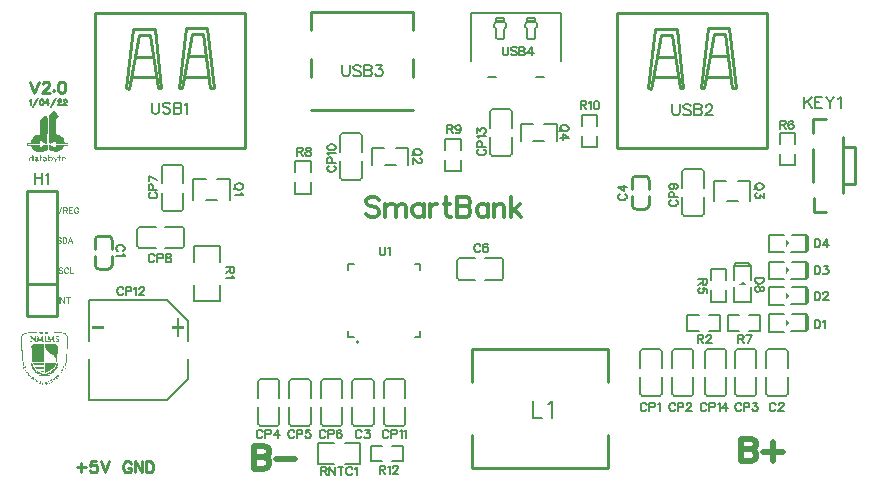
<source format=gto>
G04 Layer: TopSilkscreenLayer*
G04 EasyEDA v6.5.1, 2022-04-03 23:05:39*
G04 0caac7c7161345fe919d254c63c90933,10*
G04 Gerber Generator version 0.2*
G04 Scale: 100 percent, Rotated: No, Reflected: No *
G04 Dimensions in millimeters *
G04 leading zeros omitted , absolute positions ,4 integer and 5 decimal *
%FSLAX45Y45*%
%MOMM*%

%ADD10C,0.2540*%
%ADD15C,0.5000*%
%ADD47C,0.1524*%
%ADD48C,0.1500*%
%ADD49C,0.1000*%
%ADD50C,0.2500*%
%ADD51C,0.3000*%
%ADD52C,0.1750*%
%ADD53C,0.2000*%

%LPD*%
G36*
X1130401Y4810912D02*
G01*
X1128522Y4810099D01*
X1125524Y4807915D01*
X1121714Y4804613D01*
X1112875Y4795621D01*
X1101801Y4783683D01*
X1086053Y4766005D01*
X1088034Y4600295D01*
X1089050Y4552543D01*
X1089507Y4540910D01*
X1090422Y4533544D01*
X1091488Y4530090D01*
X1093266Y4528566D01*
X1096111Y4528210D01*
X1099820Y4529124D01*
X1106119Y4531715D01*
X1114044Y4535525D01*
X1131163Y4544771D01*
X1143457Y4551121D01*
X1145844Y4552086D01*
X1146505Y4551172D01*
X1147013Y4548581D01*
X1147419Y4544822D01*
X1147521Y4528210D01*
X1245666Y4528210D01*
X1245666Y4517339D01*
X1147775Y4517339D01*
X1146403Y4493615D01*
X1115263Y4510684D01*
X1103934Y4516526D01*
X1099870Y4518202D01*
X1096721Y4519015D01*
X1094333Y4518914D01*
X1092708Y4517796D01*
X1091590Y4515764D01*
X1090930Y4512665D01*
X1090523Y4503267D01*
X1090472Y4474362D01*
X1108049Y4467402D01*
X1114552Y4465218D01*
X1120749Y4463440D01*
X1126744Y4462018D01*
X1132535Y4460951D01*
X1138123Y4460290D01*
X1143660Y4459986D01*
X1149045Y4460036D01*
X1154379Y4460494D01*
X1159713Y4461306D01*
X1164996Y4462475D01*
X1170330Y4463999D01*
X1176528Y4466539D01*
X1182878Y4470146D01*
X1189177Y4474565D01*
X1195120Y4479594D01*
X1200556Y4485030D01*
X1205128Y4490618D01*
X1208735Y4496206D01*
X1211021Y4501489D01*
X1213815Y4510633D01*
X1251356Y4511852D01*
X1251356Y4533646D01*
X1218285Y4534916D01*
X1218031Y4548225D01*
X1217320Y4553356D01*
X1216202Y4558334D01*
X1214628Y4563160D01*
X1212646Y4567783D01*
X1210259Y4572254D01*
X1207414Y4576521D01*
X1204214Y4580534D01*
X1200607Y4584395D01*
X1196644Y4588002D01*
X1192276Y4591405D01*
X1187551Y4594555D01*
X1182471Y4597450D01*
X1177086Y4600041D01*
X1171295Y4602429D01*
X1149807Y4609236D01*
X1149807Y4736134D01*
X1165656Y4753254D01*
X1169263Y4757623D01*
X1171752Y4761026D01*
X1172616Y4762906D01*
X1171854Y4764633D01*
X1166469Y4771948D01*
X1157732Y4782515D01*
X1147673Y4793996D01*
X1138377Y4803952D01*
X1131925Y4810048D01*
G37*
G36*
X1054760Y4769358D02*
G01*
X1008329Y4724958D01*
X1008329Y4605375D01*
X996289Y4605121D01*
X990650Y4604766D01*
X985316Y4603800D01*
X980186Y4602327D01*
X975207Y4600244D01*
X970330Y4597603D01*
X965555Y4594301D01*
X960831Y4590389D01*
X956106Y4585817D01*
X951941Y4581042D01*
X947826Y4575454D01*
X943965Y4569358D01*
X940460Y4563008D01*
X937412Y4556760D01*
X935126Y4550867D01*
X933602Y4545634D01*
X933043Y4541367D01*
X933043Y4534916D01*
X902258Y4533646D01*
X901547Y4525314D01*
X901700Y4517999D01*
X904341Y4513580D01*
X910234Y4511395D01*
X920191Y4510735D01*
X934212Y4510735D01*
X939749Y4498492D01*
X942746Y4492802D01*
X946556Y4487113D01*
X951026Y4481576D01*
X956056Y4476292D01*
X961542Y4471365D01*
X967384Y4466894D01*
X973480Y4462932D01*
X979728Y4459630D01*
X987145Y4456480D01*
X993546Y4454804D01*
X1001217Y4454347D01*
X1012342Y4454702D01*
X1020470Y4455261D01*
X1027887Y4456226D01*
X1034694Y4457649D01*
X1041095Y4459579D01*
X1047140Y4462018D01*
X1052982Y4465015D01*
X1058773Y4468622D01*
X1074521Y4480610D01*
X1074521Y4519472D01*
X1065072Y4519472D01*
X1059383Y4518914D01*
X1052677Y4516831D01*
X1043889Y4512868D01*
X1008329Y4493615D01*
X1008329Y4517339D01*
X907948Y4517339D01*
X907948Y4528210D01*
X1008329Y4528210D01*
X1008430Y4544822D01*
X1008887Y4551172D01*
X1009243Y4552137D01*
X1016152Y4548581D01*
X1042619Y4534204D01*
X1050747Y4530547D01*
X1057198Y4528718D01*
X1063345Y4528210D01*
X1073912Y4528210D01*
X1075486Y4682642D01*
X1075588Y4732985D01*
X1075283Y4741773D01*
X1074826Y4747717D01*
X1074166Y4751527D01*
X1073251Y4753864D01*
X1072083Y4755489D01*
X1069035Y4758537D01*
X1063345Y4763363D01*
G37*
G36*
X951280Y4434687D02*
G01*
X948944Y4434332D01*
X947572Y4432960D01*
X946912Y4430064D01*
X946607Y4419955D01*
X945896Y4417263D01*
X944219Y4416399D01*
X934466Y4417161D01*
X928725Y4415891D01*
X924001Y4412996D01*
X920546Y4408627D01*
X918565Y4404106D01*
X917600Y4399635D01*
X917476Y4396079D01*
X926185Y4396079D01*
X926947Y4402836D01*
X929182Y4407408D01*
X932942Y4409897D01*
X938326Y4410354D01*
X942187Y4409744D01*
X944473Y4408525D01*
X945692Y4406188D01*
X946353Y4402277D01*
X946556Y4394250D01*
X945337Y4388764D01*
X942543Y4385614D01*
X938021Y4384649D01*
X932738Y4385310D01*
X929081Y4387443D01*
X926896Y4390999D01*
X926185Y4396079D01*
X917476Y4396079D01*
X918057Y4391152D01*
X919429Y4387342D01*
X921410Y4384040D01*
X923950Y4381246D01*
X926998Y4379061D01*
X930452Y4377690D01*
X934212Y4377131D01*
X938225Y4377537D01*
X944981Y4380077D01*
X947064Y4380636D01*
X948486Y4380687D01*
X948994Y4380128D01*
X949299Y4379366D01*
X950010Y4378706D01*
X951128Y4378299D01*
X952449Y4378147D01*
X954176Y4379214D01*
X955243Y4383379D01*
X955751Y4392015D01*
X955751Y4422140D01*
X955192Y4430572D01*
X953820Y4434027D01*
G37*
G36*
X1083665Y4434687D02*
G01*
X1081125Y4434027D01*
X1079754Y4430572D01*
X1079195Y4422038D01*
X1079093Y4395927D01*
X1088186Y4395927D01*
X1088948Y4402734D01*
X1091184Y4407408D01*
X1094943Y4409897D01*
X1100277Y4410354D01*
X1103884Y4409744D01*
X1106424Y4408525D01*
X1108303Y4406595D01*
X1109726Y4403699D01*
X1110894Y4397095D01*
X1109624Y4391304D01*
X1106271Y4387037D01*
X1101140Y4385005D01*
X1095603Y4385208D01*
X1091539Y4387138D01*
X1089050Y4390745D01*
X1088186Y4395927D01*
X1079093Y4395927D01*
X1079093Y4377639D01*
X1085342Y4378756D01*
X1088085Y4379061D01*
X1090930Y4378960D01*
X1093520Y4378553D01*
X1097788Y4377182D01*
X1100480Y4377131D01*
X1103680Y4377740D01*
X1107389Y4379010D01*
X1111351Y4380941D01*
X1114196Y4383278D01*
X1116330Y4386478D01*
X1118006Y4390796D01*
X1119276Y4395571D01*
X1119479Y4399381D01*
X1118565Y4403140D01*
X1116431Y4407814D01*
X1113891Y4412183D01*
X1111402Y4414824D01*
X1108151Y4416247D01*
X1103477Y4416856D01*
X1099820Y4416907D01*
X1096314Y4416602D01*
X1093419Y4415942D01*
X1089812Y4414062D01*
X1088796Y4414926D01*
X1088339Y4417923D01*
X1088034Y4429353D01*
X1087424Y4432757D01*
X1086053Y4434281D01*
G37*
G36*
X1014780Y4428185D02*
G01*
X1012139Y4426712D01*
X1011072Y4424578D01*
X1010310Y4419904D01*
X1009446Y4418431D01*
X1008176Y4417110D01*
X1006652Y4416247D01*
X1004519Y4415383D01*
X1003808Y4414621D01*
X1004519Y4413554D01*
X1006652Y4411980D01*
X1008532Y4410049D01*
X1009751Y4407154D01*
X1010412Y4403039D01*
X1010615Y4397349D01*
X1011428Y4387646D01*
X1014069Y4381449D01*
X1018844Y4378299D01*
X1026007Y4377893D01*
X1028446Y4379112D01*
X1028801Y4381398D01*
X1027328Y4383633D01*
X1024331Y4384649D01*
X1021892Y4385056D01*
X1020521Y4386834D01*
X1019911Y4390745D01*
X1019759Y4397705D01*
X1019860Y4405020D01*
X1020571Y4408881D01*
X1022248Y4410456D01*
X1027836Y4410964D01*
X1029665Y4411624D01*
X1030782Y4412640D01*
X1031189Y4414012D01*
X1030782Y4415383D01*
X1029665Y4416399D01*
X1027836Y4417060D01*
X1022654Y4417517D01*
X1020876Y4418380D01*
X1020013Y4420006D01*
X1019759Y4422698D01*
X1019048Y4425950D01*
X1017269Y4427880D01*
G37*
G36*
X1174546Y4428185D02*
G01*
X1171854Y4426712D01*
X1170787Y4424527D01*
X1170076Y4419701D01*
X1169365Y4418431D01*
X1168247Y4417618D01*
X1165606Y4417009D01*
X1164488Y4416298D01*
X1163777Y4415282D01*
X1163523Y4414012D01*
X1163777Y4412742D01*
X1164488Y4411726D01*
X1165606Y4411014D01*
X1166926Y4410760D01*
X1168603Y4410100D01*
X1169670Y4407865D01*
X1170178Y4403547D01*
X1170533Y4389120D01*
X1171244Y4384395D01*
X1172870Y4381449D01*
X1175715Y4379214D01*
X1180236Y4377385D01*
X1184402Y4377232D01*
X1187399Y4378706D01*
X1188618Y4381601D01*
X1188262Y4382820D01*
X1187246Y4383735D01*
X1185824Y4384395D01*
X1181608Y4385056D01*
X1180236Y4386834D01*
X1179626Y4390745D01*
X1179474Y4397705D01*
X1179626Y4404614D01*
X1180236Y4408576D01*
X1181608Y4410354D01*
X1185824Y4411014D01*
X1187297Y4411726D01*
X1188262Y4412742D01*
X1188618Y4414012D01*
X1188262Y4415282D01*
X1187297Y4416348D01*
X1185824Y4417009D01*
X1181912Y4417568D01*
X1180490Y4418482D01*
X1179728Y4420158D01*
X1179474Y4422698D01*
X1178763Y4425950D01*
X1176985Y4427880D01*
G37*
G36*
X981913Y4417669D02*
G01*
X974801Y4416856D01*
X969365Y4414621D01*
X968502Y4412234D01*
X971651Y4410557D01*
X978408Y4410354D01*
X982471Y4410557D01*
X985418Y4410202D01*
X987399Y4409338D01*
X988466Y4407916D01*
X988568Y4406239D01*
X987247Y4404868D01*
X984351Y4403547D01*
X979728Y4402277D01*
X972566Y4399686D01*
X967841Y4395978D01*
X965657Y4391202D01*
X965975Y4386072D01*
X973886Y4386072D01*
X974242Y4389272D01*
X975817Y4392879D01*
X978103Y4395368D01*
X982726Y4397248D01*
X986536Y4397502D01*
X989126Y4396232D01*
X990092Y4393488D01*
X989025Y4389424D01*
X986282Y4385818D01*
X982776Y4383582D01*
X979322Y4383430D01*
X975055Y4384649D01*
X973886Y4386072D01*
X965975Y4386072D01*
X966012Y4385462D01*
X968451Y4381500D01*
X972718Y4378401D01*
X977493Y4376775D01*
X981506Y4377385D01*
X983030Y4377893D01*
X988314Y4378553D01*
X998778Y4378299D01*
X997203Y4397400D01*
X995680Y4409998D01*
X993241Y4413961D01*
X988364Y4416602D01*
G37*
G36*
X1122375Y4417568D02*
G01*
X1134872Y4387799D01*
X1136700Y4381804D01*
X1136446Y4376826D01*
X1133957Y4372711D01*
X1127607Y4368292D01*
X1126490Y4366920D01*
X1125982Y4365447D01*
X1126185Y4363974D01*
X1128014Y4361434D01*
X1130554Y4361027D01*
X1133602Y4362551D01*
X1137107Y4365853D01*
X1140917Y4370832D01*
X1144879Y4377334D01*
X1148943Y4385208D01*
X1152906Y4394301D01*
X1158798Y4409287D01*
X1161237Y4416145D01*
X1160881Y4416602D01*
X1158646Y4417212D01*
X1157020Y4417263D01*
X1154836Y4416602D01*
X1152855Y4414418D01*
X1150823Y4410405D01*
X1146962Y4399178D01*
X1145336Y4395012D01*
X1144016Y4392218D01*
X1143152Y4391152D01*
X1142288Y4392168D01*
X1140815Y4394860D01*
X1134618Y4409643D01*
X1132332Y4413656D01*
X1129995Y4415942D01*
X1127404Y4416907D01*
G37*
G36*
X1213764Y4417263D02*
G01*
X1209751Y4417009D01*
X1206246Y4416094D01*
X1203299Y4414570D01*
X1200708Y4412386D01*
X1197508Y4408271D01*
X1195374Y4403953D01*
X1203502Y4403953D01*
X1204468Y4406239D01*
X1206296Y4408779D01*
X1208532Y4410710D01*
X1211173Y4412081D01*
X1214120Y4412742D01*
X1214983Y4412538D01*
X1217726Y4410811D01*
X1219250Y4409490D01*
X1222197Y4405985D01*
X1222146Y4403699D01*
X1218996Y4402429D01*
X1212494Y4402074D01*
X1206906Y4402175D01*
X1204112Y4402683D01*
X1203502Y4403953D01*
X1195374Y4403953D01*
X1194358Y4399584D01*
X1194257Y4395266D01*
X1195070Y4391152D01*
X1196746Y4387342D01*
X1199235Y4383938D01*
X1202385Y4381042D01*
X1206144Y4378858D01*
X1210513Y4377436D01*
X1215390Y4376877D01*
X1220673Y4377385D01*
X1226413Y4379417D01*
X1227480Y4381804D01*
X1224280Y4383786D01*
X1217218Y4384649D01*
X1212240Y4384852D01*
X1208684Y4385564D01*
X1206296Y4386834D01*
X1204671Y4388866D01*
X1202994Y4392168D01*
X1202283Y4394200D01*
X1203401Y4394657D01*
X1211021Y4395622D01*
X1230833Y4396638D01*
X1230071Y4403140D01*
X1228445Y4409338D01*
X1225194Y4413758D01*
X1220266Y4416399D01*
G37*
G36*
X1050442Y4417212D02*
G01*
X1043279Y4416907D01*
X1039164Y4415078D01*
X1038352Y4412488D01*
X1039418Y4410659D01*
X1041958Y4409897D01*
X1050290Y4411421D01*
X1054506Y4411218D01*
X1057452Y4409846D01*
X1058570Y4407560D01*
X1058062Y4406341D01*
X1056690Y4405122D01*
X1054709Y4404004D01*
X1046429Y4401362D01*
X1041755Y4398772D01*
X1038301Y4395724D01*
X1036116Y4392371D01*
X1035373Y4389120D01*
X1044854Y4389120D01*
X1045819Y4392269D01*
X1048461Y4394962D01*
X1052220Y4396841D01*
X1056640Y4397603D01*
X1058316Y4397400D01*
X1059281Y4396587D01*
X1059535Y4395063D01*
X1059180Y4392777D01*
X1055928Y4386834D01*
X1051102Y4383887D01*
X1046734Y4384497D01*
X1044854Y4389120D01*
X1035373Y4389120D01*
X1035913Y4385259D01*
X1037996Y4381855D01*
X1041704Y4378807D01*
X1045159Y4376877D01*
X1047800Y4376166D01*
X1050493Y4376775D01*
X1056792Y4379925D01*
X1058875Y4380636D01*
X1060297Y4380738D01*
X1060805Y4380230D01*
X1061110Y4379417D01*
X1061821Y4378756D01*
X1062939Y4378299D01*
X1064260Y4378147D01*
X1066038Y4379468D01*
X1067257Y4383024D01*
X1067917Y4388104D01*
X1068019Y4394098D01*
X1067663Y4400296D01*
X1066749Y4406087D01*
X1065377Y4410760D01*
X1063498Y4413656D01*
X1058062Y4416094D01*
G37*
G36*
X1081176Y2937357D02*
G01*
X1080414Y2937103D01*
X1079855Y2936341D01*
X1079550Y2935224D01*
X1079652Y2932074D01*
X1080008Y2931210D01*
X1080566Y2931058D01*
X1081379Y2931617D01*
X1082649Y2933395D01*
X1083005Y2935274D01*
X1082497Y2936748D01*
G37*
G36*
X1011834Y2935833D02*
G01*
X1006195Y2935579D01*
X1003096Y2934817D01*
X1002182Y2932785D01*
X1002436Y2930347D01*
X1003858Y2927908D01*
X1007821Y2924505D01*
X1009142Y2923032D01*
X1009954Y2921508D01*
X1010615Y2918155D01*
X1011072Y2918155D01*
X1011732Y2918764D01*
X1012799Y2921000D01*
X1012545Y2923489D01*
X1011021Y2926029D01*
X1006754Y2929331D01*
X1004366Y2931617D01*
X1003858Y2932480D01*
X1004417Y2933852D01*
X1006551Y2934309D01*
X1009192Y2933852D01*
X1012647Y2931464D01*
X1012901Y2931718D01*
X1013409Y2934411D01*
X1014628Y2933750D01*
X1016355Y2930906D01*
X1019606Y2922778D01*
X1021740Y2918358D01*
X1022400Y2917698D01*
X1023061Y2918358D01*
X1025194Y2922778D01*
X1027988Y2929839D01*
X1029360Y2932379D01*
X1030681Y2933852D01*
X1032002Y2934309D01*
X1033322Y2934055D01*
X1034084Y2932836D01*
X1034440Y2930347D01*
X1034897Y2920746D01*
X1035710Y2917952D01*
X1036675Y2918104D01*
X1037488Y2921711D01*
X1037894Y2925724D01*
X1044092Y2920034D01*
X1047292Y2918155D01*
X1048308Y2918053D01*
X1048410Y2918714D01*
X1047597Y2920034D01*
X1039825Y2927502D01*
X1037691Y2930702D01*
X1037386Y2933192D01*
X1038910Y2934817D01*
X1038910Y2935122D01*
X1037742Y2935427D01*
X1032510Y2935681D01*
X1027125Y2935427D01*
X1026058Y2935020D01*
X1026261Y2934512D01*
X1027074Y2933649D01*
X1027277Y2932480D01*
X1026820Y2930753D01*
X1024382Y2925470D01*
X1023467Y2924302D01*
X1022654Y2924556D01*
X1021537Y2926029D01*
X1020470Y2928061D01*
X1019759Y2930245D01*
X1019454Y2932480D01*
X1019556Y2934716D01*
X1017219Y2935528D01*
G37*
G36*
X1072134Y2935833D02*
G01*
X1071067Y2935376D01*
X1069898Y2933954D01*
X1068679Y2931718D01*
X1065123Y2921762D01*
X1060297Y2932125D01*
X1058773Y2934258D01*
X1057351Y2935427D01*
X1055725Y2935732D01*
X1054049Y2935427D01*
X1053846Y2935224D01*
X1054709Y2934106D01*
X1054963Y2932277D01*
X1055014Y2929534D01*
X1054506Y2922371D01*
X1054506Y2919780D01*
X1054811Y2918206D01*
X1055420Y2917698D01*
X1055979Y2918104D01*
X1056335Y2919171D01*
X1056487Y2920796D01*
X1056233Y2925216D01*
X1056386Y2926892D01*
X1056741Y2927908D01*
X1057300Y2928264D01*
X1058113Y2927858D01*
X1059078Y2926740D01*
X1062888Y2919272D01*
X1064107Y2917748D01*
X1065479Y2919882D01*
X1070711Y2932074D01*
X1070965Y2921812D01*
X1071321Y2919577D01*
X1071880Y2918155D01*
X1072591Y2917698D01*
X1073353Y2918256D01*
X1073912Y2919882D01*
X1074216Y2922727D01*
X1074216Y2931261D01*
X1073861Y2934055D01*
X1073200Y2935427D01*
G37*
G36*
X1092047Y2935833D02*
G01*
X1088593Y2935528D01*
X1087374Y2935224D01*
X1086662Y2934817D01*
X1085748Y2932785D01*
X1086053Y2930296D01*
X1087475Y2927654D01*
X1091539Y2923692D01*
X1092708Y2922168D01*
X1093266Y2920847D01*
X1093165Y2918256D01*
X1093520Y2918002D01*
X1094181Y2918104D01*
X1096111Y2919780D01*
X1096264Y2922371D01*
X1094841Y2925318D01*
X1091895Y2928061D01*
X1090015Y2929382D01*
X1087475Y2931922D01*
X1087120Y2932785D01*
X1088034Y2933954D01*
X1090269Y2934258D01*
X1092860Y2933801D01*
X1094943Y2932531D01*
X1095705Y2931769D01*
X1096213Y2931617D01*
X1096467Y2932125D01*
X1096314Y2934462D01*
X1095552Y2935274D01*
X1094181Y2935681D01*
G37*
G36*
X1048003Y2935681D02*
G01*
X1046429Y2935478D01*
X1044905Y2934716D01*
X1043482Y2933547D01*
X1042212Y2932023D01*
X1040993Y2929534D01*
X1041095Y2928366D01*
X1042212Y2928721D01*
X1045006Y2931769D01*
X1047445Y2933700D01*
X1050036Y2935071D01*
X1050442Y2935478D01*
G37*
G36*
X954786Y2929686D02*
G01*
X912723Y2929331D01*
X898194Y2928975D01*
X886917Y2928264D01*
X882497Y2926892D01*
X877214Y2924657D01*
X871677Y2921812D01*
X866394Y2918663D01*
X862939Y2916072D01*
X859840Y2913024D01*
X856945Y2909316D01*
X853135Y2903067D01*
X851408Y2899714D01*
X850137Y2896006D01*
X849325Y2891231D01*
X848918Y2884627D01*
X848918Y2875534D01*
X849426Y2863088D01*
X851763Y2825546D01*
X858926Y2724302D01*
X861212Y2695498D01*
X863092Y2677871D01*
X863955Y2671724D01*
X866546Y2659583D01*
X868426Y2653334D01*
X870305Y2649626D01*
X872286Y2648305D01*
X874521Y2649270D01*
X875690Y2650490D01*
X876096Y2651963D01*
X875893Y2654249D01*
X873556Y2663494D01*
X871931Y2672486D01*
X870305Y2687066D01*
X868171Y2711196D01*
X858113Y2848813D01*
X856640Y2875381D01*
X856335Y2888894D01*
X856487Y2890062D01*
X859028Y2897479D01*
X862736Y2903829D01*
X867816Y2909417D01*
X874420Y2914548D01*
X878941Y2917291D01*
X881227Y2918358D01*
X883818Y2919222D01*
X886866Y2919933D01*
X890625Y2920492D01*
X900988Y2921254D01*
X916381Y2921762D01*
X957884Y2922574D01*
X985113Y2923590D01*
X989431Y2924048D01*
X989888Y2925521D01*
X989584Y2927451D01*
X989025Y2928162D01*
X987602Y2928670D01*
X984910Y2929077D01*
X974496Y2929534D01*
G37*
G36*
X1141679Y2929483D02*
G01*
X1114602Y2929026D01*
X1111504Y2928772D01*
X1110183Y2928467D01*
X1109522Y2927756D01*
X1109065Y2926791D01*
X1108913Y2925724D01*
X1109116Y2924657D01*
X1109675Y2923946D01*
X1110996Y2923387D01*
X1113536Y2922930D01*
X1123543Y2922422D01*
X1189736Y2922016D01*
X1201724Y2921457D01*
X1208989Y2920441D01*
X1211732Y2919730D01*
X1218539Y2917088D01*
X1224584Y2913735D01*
X1229868Y2909671D01*
X1234287Y2904998D01*
X1237843Y2899765D01*
X1240383Y2894076D01*
X1241907Y2887929D01*
X1242364Y2881477D01*
X1241653Y2866796D01*
X1236675Y2793339D01*
X1229410Y2703372D01*
X1226667Y2676042D01*
X1225296Y2666441D01*
X1223416Y2656840D01*
X1222857Y2652877D01*
X1223111Y2650540D01*
X1224026Y2648966D01*
X1225092Y2647848D01*
X1225956Y2647492D01*
X1226769Y2647848D01*
X1227785Y2648966D01*
X1229664Y2653030D01*
X1232052Y2660548D01*
X1234287Y2669438D01*
X1236116Y2679293D01*
X1237437Y2694025D01*
X1241450Y2749905D01*
X1246276Y2825089D01*
X1248765Y2871317D01*
X1248867Y2896209D01*
X1244498Y2903524D01*
X1239774Y2910027D01*
X1233728Y2916072D01*
X1226820Y2921304D01*
X1219301Y2925470D01*
X1216761Y2926588D01*
X1214069Y2927451D01*
X1210716Y2928061D01*
X1205992Y2928518D01*
X1190244Y2929077D01*
G37*
G36*
X1001369Y2922270D02*
G01*
X1000963Y2921558D01*
X1000810Y2919984D01*
X1001014Y2919120D01*
X1001471Y2918358D01*
X1002182Y2917901D01*
X1003046Y2917698D01*
X1004062Y2917799D01*
X1004468Y2918155D01*
X1004265Y2918866D01*
X1002842Y2920847D01*
G37*
G36*
X1084935Y2922270D02*
G01*
X1084580Y2921558D01*
X1084427Y2919984D01*
X1084580Y2919120D01*
X1085037Y2918358D01*
X1085748Y2917901D01*
X1086612Y2917698D01*
X1087628Y2917799D01*
X1088034Y2918155D01*
X1087882Y2918866D01*
G37*
G36*
X1157427Y2900629D02*
G01*
X1153871Y2900273D01*
X1150975Y2899664D01*
X1148791Y2898749D01*
X1145997Y2896565D01*
X1143965Y2893872D01*
X1142796Y2890672D01*
X1142390Y2887014D01*
X1143000Y2883611D01*
X1144778Y2880360D01*
X1147724Y2877210D01*
X1151839Y2874314D01*
X1160068Y2869031D01*
X1164691Y2865170D01*
X1166368Y2861919D01*
X1165910Y2858465D01*
X1164539Y2856534D01*
X1161999Y2854655D01*
X1159002Y2853334D01*
X1156106Y2852775D01*
X1152702Y2853740D01*
X1149096Y2856077D01*
X1146251Y2859024D01*
X1145082Y2861818D01*
X1144676Y2863951D01*
X1144270Y2864612D01*
X1143711Y2864866D01*
X1143203Y2864358D01*
X1142492Y2860903D01*
X1142390Y2851912D01*
X1156462Y2850794D01*
X1162202Y2851099D01*
X1166114Y2852369D01*
X1169060Y2854807D01*
X1171397Y2858668D01*
X1172514Y2863240D01*
X1172362Y2867761D01*
X1170838Y2871419D01*
X1169568Y2872740D01*
X1164590Y2876499D01*
X1155344Y2882595D01*
X1151585Y2885744D01*
X1149654Y2888437D01*
X1149096Y2891231D01*
X1149604Y2894228D01*
X1151026Y2896362D01*
X1153464Y2897682D01*
X1156868Y2898089D01*
X1160475Y2897174D01*
X1164082Y2894939D01*
X1166876Y2891993D01*
X1168095Y2888488D01*
X1168806Y2887624D01*
X1169314Y2887522D01*
X1169873Y2888030D01*
X1170584Y2891434D01*
X1170686Y2900324D01*
G37*
G36*
X939901Y2899613D02*
G01*
X928166Y2899460D01*
X926287Y2899206D01*
X926337Y2898546D01*
X930706Y2895142D01*
X932332Y2891688D01*
X933094Y2885948D01*
X933348Y2876753D01*
X933196Y2866034D01*
X932535Y2859125D01*
X931265Y2855417D01*
X929233Y2854299D01*
X927455Y2853842D01*
X926896Y2853385D01*
X926693Y2852775D01*
X927303Y2852166D01*
X929081Y2851708D01*
X934770Y2851251D01*
X939698Y2851607D01*
X942441Y2852420D01*
X942746Y2853537D01*
X940155Y2854706D01*
X938682Y2855620D01*
X937869Y2858058D01*
X937564Y2863443D01*
X937463Y2890621D01*
X961237Y2863291D01*
X970940Y2852826D01*
X972718Y2851251D01*
X973175Y2852775D01*
X973785Y2863037D01*
X974039Y2883865D01*
X974648Y2891688D01*
X976020Y2895752D01*
X979474Y2898597D01*
X979119Y2899105D01*
X972921Y2899511D01*
X964539Y2899613D01*
X967892Y2895904D01*
X969670Y2893466D01*
X970686Y2890520D01*
X971092Y2885643D01*
X971194Y2862884D01*
G37*
G36*
X990498Y2899613D02*
G01*
X985418Y2899359D01*
X983894Y2899105D01*
X983335Y2898800D01*
X984351Y2897784D01*
X988872Y2895447D01*
X989787Y2893720D01*
X989939Y2890062D01*
X989482Y2883306D01*
X988263Y2871368D01*
X986790Y2862529D01*
X985062Y2856941D01*
X983030Y2854655D01*
X980592Y2853436D01*
X981151Y2852369D01*
X984300Y2851607D01*
X989736Y2851302D01*
X994562Y2851404D01*
X996950Y2851708D01*
X997356Y2852369D01*
X995070Y2854452D01*
X993038Y2855620D01*
X992327Y2855823D01*
X991768Y2859328D01*
X991920Y2867507D01*
X992632Y2876804D01*
X993648Y2883560D01*
X994410Y2883966D01*
X995984Y2881884D01*
X998474Y2877108D01*
X1005078Y2862681D01*
X1009853Y2853283D01*
X1010970Y2851759D01*
X1012139Y2853029D01*
X1017168Y2862580D01*
X1028446Y2888081D01*
X1030020Y2873451D01*
X1030630Y2861360D01*
X1030630Y2856941D01*
X1030427Y2855925D01*
X1029919Y2855061D01*
X1029258Y2854502D01*
X1027023Y2853842D01*
X1026617Y2853385D01*
X1026464Y2852775D01*
X1027176Y2852166D01*
X1029157Y2851708D01*
X1035862Y2851251D01*
X1041704Y2851505D01*
X1044702Y2852166D01*
X1044905Y2853385D01*
X1042263Y2855061D01*
X1040587Y2856382D01*
X1039469Y2859125D01*
X1038606Y2864561D01*
X1036726Y2885592D01*
X1036726Y2892348D01*
X1037844Y2895854D01*
X1041603Y2898597D01*
X1041501Y2899105D01*
X1036319Y2899511D01*
X1029360Y2899613D01*
X1013561Y2865069D01*
X1013104Y2865526D01*
X1010818Y2869946D01*
X1005433Y2881985D01*
X1002233Y2888538D01*
X997661Y2899613D01*
G37*
G36*
X1048867Y2899613D02*
G01*
X1051814Y2896514D01*
X1053388Y2894380D01*
X1054303Y2891231D01*
X1054658Y2885643D01*
X1054608Y2865069D01*
X1054100Y2858363D01*
X1053033Y2855112D01*
X1049934Y2853842D01*
X1049528Y2853385D01*
X1049375Y2852775D01*
X1050086Y2852166D01*
X1052068Y2851708D01*
X1058773Y2851251D01*
X1064463Y2851556D01*
X1067714Y2852369D01*
X1068171Y2853486D01*
X1065530Y2854706D01*
X1064056Y2855671D01*
X1063244Y2858312D01*
X1062888Y2864358D01*
X1062888Y2886202D01*
X1063294Y2892399D01*
X1064158Y2895498D01*
X1067257Y2898546D01*
X1066952Y2899257D01*
X1064310Y2899562D01*
G37*
G36*
X1081074Y2899613D02*
G01*
X1075791Y2899359D01*
X1074216Y2899105D01*
X1073607Y2898749D01*
X1074775Y2897733D01*
X1079601Y2895396D01*
X1080719Y2894279D01*
X1081125Y2892602D01*
X1078433Y2865323D01*
X1077112Y2857449D01*
X1076553Y2856128D01*
X1072794Y2853537D01*
X1071727Y2852369D01*
X1072134Y2851708D01*
X1074572Y2851404D01*
X1082954Y2851404D01*
X1085850Y2851708D01*
X1087780Y2852166D01*
X1088440Y2852775D01*
X1088288Y2853385D01*
X1087272Y2854147D01*
X1086459Y2854299D01*
X1084275Y2855214D01*
X1083005Y2858211D01*
X1082649Y2863342D01*
X1084376Y2885236D01*
X1085037Y2884982D01*
X1086866Y2881934D01*
X1098854Y2856687D01*
X1100988Y2852724D01*
X1102055Y2851251D01*
X1103071Y2852623D01*
X1107795Y2861919D01*
X1114094Y2875584D01*
X1116736Y2880664D01*
X1118616Y2883611D01*
X1119581Y2884119D01*
X1120444Y2878886D01*
X1121816Y2861462D01*
X1121765Y2857398D01*
X1121054Y2855518D01*
X1116787Y2853486D01*
X1117346Y2852369D01*
X1120851Y2851556D01*
X1126947Y2851251D01*
X1131214Y2851353D01*
X1134262Y2851658D01*
X1135989Y2852115D01*
X1136294Y2852775D01*
X1135176Y2853842D01*
X1132332Y2854655D01*
X1131417Y2856788D01*
X1130452Y2862072D01*
X1129030Y2872079D01*
X1127810Y2882798D01*
X1127607Y2889910D01*
X1128522Y2894380D01*
X1130604Y2897073D01*
X1132179Y2898394D01*
X1132281Y2899105D01*
X1130604Y2899410D01*
X1120038Y2899613D01*
X1104188Y2863596D01*
X1088491Y2899613D01*
G37*
G36*
X1044651Y2833166D02*
G01*
X989787Y2832963D01*
X972261Y2832709D01*
X961237Y2832201D01*
X954938Y2831338D01*
X953008Y2830728D01*
X948232Y2828086D01*
X944067Y2824530D01*
X940866Y2820263D01*
X938784Y2815590D01*
X938377Y2812694D01*
X938276Y2807462D01*
X939139Y2787802D01*
X941527Y2752039D01*
X946556Y2689402D01*
X947724Y2682900D01*
X1044651Y2682087D01*
G37*
G36*
X1054404Y2833166D02*
G01*
X1055573Y2812897D01*
X1056436Y2807258D01*
X1057910Y2801975D01*
X1060094Y2796133D01*
X1064158Y2787243D01*
X1067765Y2780690D01*
X1070762Y2776829D01*
X1074674Y2772613D01*
X1079500Y2768193D01*
X1085037Y2763570D01*
X1091285Y2758846D01*
X1098143Y2754071D01*
X1105458Y2749346D01*
X1117803Y2741930D01*
X1122121Y2738882D01*
X1126134Y2735681D01*
X1129792Y2732328D01*
X1133043Y2728925D01*
X1135888Y2725420D01*
X1138275Y2721914D01*
X1140104Y2718358D01*
X1142136Y2713583D01*
X1143203Y2709570D01*
X1143558Y2705049D01*
X1143000Y2694127D01*
X1142136Y2686710D01*
X1141425Y2683408D01*
X1141780Y2682595D01*
X1143101Y2682240D01*
X1147064Y2682087D01*
X1148384Y2682240D01*
X1149451Y2682849D01*
X1150416Y2684170D01*
X1151178Y2686456D01*
X1151940Y2690063D01*
X1153312Y2702204D01*
X1159510Y2786837D01*
X1160424Y2804312D01*
X1160424Y2809240D01*
X1160119Y2812542D01*
X1159560Y2814929D01*
X1158748Y2817164D01*
X1156309Y2821889D01*
X1153058Y2825800D01*
X1148943Y2828950D01*
X1143863Y2831388D01*
X1139240Y2832150D01*
X1129893Y2832709D01*
X1115771Y2833065D01*
G37*
G36*
X939749Y2679039D02*
G01*
X938733Y2677515D01*
X937514Y2674670D01*
X936244Y2669692D01*
X935939Y2664510D01*
X936498Y2659938D01*
X937869Y2656840D01*
X940866Y2655519D01*
X942594Y2658313D01*
X942695Y2663647D01*
X939698Y2673807D01*
X939495Y2675483D01*
X940155Y2678887D01*
G37*
G36*
X1159002Y2678125D02*
G01*
X1159052Y2676144D01*
X1157986Y2671216D01*
X1155750Y2663139D01*
X1155446Y2658872D01*
X1156208Y2656027D01*
X1157986Y2654960D01*
X1160780Y2656992D01*
X1162253Y2662123D01*
X1162253Y2668727D01*
X1160526Y2675331D01*
G37*
G36*
X1009091Y2673096D02*
G01*
X971448Y2672943D01*
X950976Y2672283D01*
X951941Y2669489D01*
X957732Y2656433D01*
X1045311Y2656433D01*
X1045362Y2667152D01*
X1045057Y2668879D01*
X1044346Y2670251D01*
X1042924Y2671267D01*
X1040688Y2672029D01*
X1037336Y2672537D01*
X1026617Y2672994D01*
G37*
G36*
X1053388Y2673045D02*
G01*
X1053592Y2607716D01*
X1053947Y2596743D01*
X1054404Y2590800D01*
X1054658Y2589987D01*
X1059027Y2591358D01*
X1067816Y2594660D01*
X1074470Y2597505D01*
X1081125Y2600655D01*
X1087628Y2604211D01*
X1094028Y2608072D01*
X1100175Y2612186D01*
X1106119Y2616504D01*
X1111808Y2621076D01*
X1117193Y2625801D01*
X1122172Y2630678D01*
X1126794Y2635707D01*
X1130909Y2640787D01*
X1134618Y2645867D01*
X1137920Y2651760D01*
X1142339Y2660345D01*
X1146149Y2668320D01*
X1147775Y2672537D01*
X1133906Y2672892D01*
G37*
G36*
X948283Y2659380D02*
G01*
X947013Y2658719D01*
X945083Y2656738D01*
X943508Y2653944D01*
X942848Y2651201D01*
X942746Y2649982D01*
X942390Y2649728D01*
X941578Y2650490D01*
X940206Y2652318D01*
X937514Y2655163D01*
X934466Y2656840D01*
X931113Y2657348D01*
X927811Y2656535D01*
X924661Y2655112D01*
X927760Y2655062D01*
X929233Y2654757D01*
X930452Y2653944D01*
X931468Y2652522D01*
X932230Y2650540D01*
X934059Y2647340D01*
X936955Y2644749D01*
X940206Y2643225D01*
X943965Y2643225D01*
X946099Y2641904D01*
X949350Y2637586D01*
X951788Y2643936D01*
X951941Y2645765D01*
X951484Y2647543D01*
X949502Y2651506D01*
X948893Y2653436D01*
X948639Y2655163D01*
X948893Y2658668D01*
G37*
G36*
X1149858Y2658872D02*
G01*
X1149705Y2658262D01*
X1150112Y2655112D01*
X1149756Y2653284D01*
X1149045Y2651404D01*
X1146657Y2647543D01*
X1146048Y2645816D01*
X1145946Y2644292D01*
X1146454Y2642768D01*
X1147927Y2640279D01*
X1149350Y2639161D01*
X1150670Y2639415D01*
X1152804Y2642209D01*
X1153769Y2642971D01*
X1154887Y2643327D01*
X1158595Y2643276D01*
X1161338Y2644546D01*
X1163878Y2647035D01*
X1166977Y2652217D01*
X1168146Y2653639D01*
X1169314Y2654604D01*
X1170381Y2655011D01*
X1171600Y2655062D01*
X1172006Y2655265D01*
X1170381Y2656535D01*
X1167587Y2657398D01*
X1164437Y2656890D01*
X1161288Y2655214D01*
X1158646Y2652471D01*
X1157122Y2650388D01*
X1156309Y2649677D01*
X1155903Y2650236D01*
X1155242Y2653538D01*
X1153414Y2656433D01*
X1150670Y2658618D01*
G37*
G36*
X1208836Y2645003D02*
G01*
X1208227Y2644241D01*
X1206652Y2640177D01*
X1206500Y2639009D01*
X1206957Y2638450D01*
X1209192Y2638094D01*
X1210259Y2637485D01*
X1211275Y2636570D01*
X1212088Y2635453D01*
X1212799Y2633929D01*
X1212799Y2632913D01*
X1211935Y2632202D01*
X1208633Y2631287D01*
X1207363Y2631338D01*
X1206347Y2631744D01*
X1205128Y2633014D01*
X1204569Y2633014D01*
X1203909Y2632405D01*
X1201928Y2627985D01*
X1202182Y2626360D01*
X1204264Y2626055D01*
X1208328Y2626766D01*
X1214170Y2627325D01*
X1220012Y2626664D01*
X1224229Y2625140D01*
X1225245Y2623159D01*
X1225042Y2622143D01*
X1225245Y2621838D01*
X1225651Y2621737D01*
X1226769Y2622753D01*
X1228191Y2625140D01*
X1229461Y2627884D01*
X1230020Y2629966D01*
X1229258Y2630119D01*
X1227480Y2629763D01*
X1223060Y2630322D01*
X1217777Y2633472D01*
X1213002Y2638145D01*
X1209903Y2643378D01*
X1209344Y2644698D01*
G37*
G36*
X888136Y2644190D02*
G01*
X887323Y2642768D01*
X884834Y2640787D01*
X879602Y2638348D01*
X873658Y2636266D01*
X869035Y2635351D01*
X865987Y2635300D01*
X869442Y2627680D01*
X870503Y2625852D01*
X871626Y2625852D01*
X871778Y2628950D01*
X874877Y2631948D01*
X880871Y2634843D01*
X890016Y2638247D01*
X890625Y2637231D01*
X891590Y2634742D01*
X892352Y2631084D01*
X891946Y2627884D01*
X890371Y2625140D01*
X887628Y2622753D01*
X884072Y2620924D01*
X880668Y2620314D01*
X877417Y2620873D01*
X874369Y2622600D01*
X871626Y2625852D01*
X870503Y2625852D01*
X872744Y2621991D01*
X876452Y2618384D01*
X880668Y2616809D01*
X885342Y2617317D01*
X890778Y2620111D01*
X893673Y2624328D01*
X894029Y2630170D01*
X891997Y2637942D01*
X890371Y2641854D01*
X889101Y2643886D01*
G37*
G36*
X958596Y2642666D02*
G01*
X956208Y2640939D01*
X954430Y2638856D01*
X953414Y2636570D01*
X953262Y2633929D01*
X954430Y2629103D01*
X954176Y2628646D01*
X952855Y2629611D01*
X950264Y2632100D01*
X946505Y2635148D01*
X943051Y2636570D01*
X939800Y2636367D01*
X936701Y2634538D01*
X934872Y2632760D01*
X936650Y2633268D01*
X938021Y2633421D01*
X939546Y2632760D01*
X941324Y2631135D01*
X945896Y2625496D01*
X948029Y2623718D01*
X950264Y2622804D01*
X955294Y2622346D01*
X959103Y2621584D01*
X961085Y2620721D01*
X961898Y2620721D01*
X962609Y2621127D01*
X963218Y2621889D01*
X964234Y2624582D01*
X964184Y2627325D01*
X963117Y2630322D01*
X959612Y2635707D01*
X958697Y2637688D01*
X958189Y2639364D01*
X958189Y2640634D01*
X958646Y2642108D01*
G37*
G36*
X1140409Y2642057D02*
G01*
X1140256Y2641650D01*
X1140561Y2640584D01*
X1140561Y2639364D01*
X1140053Y2637637D01*
X1135126Y2628493D01*
X1134414Y2623667D01*
X1135583Y2620670D01*
X1138478Y2621076D01*
X1141120Y2621889D01*
X1148232Y2622753D01*
X1150518Y2623718D01*
X1152702Y2625547D01*
X1157224Y2631084D01*
X1158951Y2632760D01*
X1160475Y2633472D01*
X1163167Y2633014D01*
X1163421Y2633268D01*
X1163320Y2633675D01*
X1162710Y2634335D01*
X1160068Y2635605D01*
X1158392Y2636113D01*
X1156208Y2636418D01*
X1154277Y2636215D01*
X1152398Y2635402D01*
X1147470Y2631694D01*
X1145895Y2631033D01*
X1145184Y2632100D01*
X1144879Y2636774D01*
X1144371Y2638501D01*
X1143508Y2639923D01*
X1142441Y2640990D01*
G37*
G36*
X1006551Y2639822D02*
G01*
X967790Y2639771D01*
X983081Y2623210D01*
X1045311Y2623210D01*
X1045311Y2639822D01*
G37*
G36*
X1126286Y2627731D02*
G01*
X1128420Y2624023D01*
X1128369Y2622600D01*
X1127150Y2620924D01*
X1122019Y2615946D01*
X1120444Y2613761D01*
X1119682Y2611475D01*
X1119479Y2608732D01*
X1119835Y2605278D01*
X1120952Y2603804D01*
X1123035Y2604414D01*
X1127963Y2608630D01*
X1128115Y2608529D01*
X1126845Y2606294D01*
X1127099Y2605532D01*
X1128674Y2605176D01*
X1135024Y2605278D01*
X1137412Y2605989D01*
X1139494Y2607360D01*
X1143406Y2611374D01*
X1145184Y2612847D01*
X1146860Y2613812D01*
X1149451Y2614269D01*
X1150010Y2614574D01*
X1149858Y2615285D01*
X1149096Y2616454D01*
X1146657Y2618232D01*
X1143304Y2618536D01*
X1139291Y2617317D01*
X1131671Y2612491D01*
X1131062Y2612390D01*
X1132636Y2616250D01*
X1132586Y2619908D01*
X1131265Y2623362D01*
X1128877Y2626055D01*
G37*
G36*
X969924Y2626207D02*
G01*
X968298Y2625090D01*
X966622Y2623058D01*
X965606Y2620670D01*
X965403Y2618232D01*
X966012Y2615692D01*
X967994Y2612186D01*
X968248Y2610612D01*
X967689Y2609850D01*
X967384Y2609900D01*
X967130Y2610764D01*
X965758Y2613050D01*
X962355Y2615641D01*
X958342Y2617774D01*
X954836Y2618689D01*
X953363Y2618435D01*
X949909Y2616962D01*
X945235Y2613152D01*
X949096Y2613761D01*
X951179Y2613863D01*
X953008Y2613304D01*
X954836Y2611932D01*
X959154Y2607411D01*
X961288Y2605989D01*
X963726Y2605278D01*
X970076Y2605176D01*
X971651Y2605532D01*
X971854Y2606294D01*
X970635Y2608478D01*
X970838Y2608580D01*
X975512Y2604719D01*
X977544Y2604363D01*
X978814Y2605836D01*
X979271Y2609037D01*
X978916Y2610967D01*
X978001Y2613152D01*
X976477Y2615438D01*
X972515Y2619959D01*
X971143Y2621889D01*
X970432Y2623515D01*
X970381Y2624582D01*
X970838Y2626106D01*
G37*
G36*
X1198727Y2623108D02*
G01*
X1197914Y2622550D01*
X1197254Y2619959D01*
X1196289Y2617673D01*
X1190701Y2607716D01*
X1189583Y2605176D01*
X1189532Y2603754D01*
X1190396Y2602992D01*
X1192580Y2602280D01*
X1194104Y2602128D01*
X1194663Y2602484D01*
X1193901Y2603347D01*
X1192936Y2604973D01*
X1193088Y2607056D01*
X1194104Y2608884D01*
X1195832Y2609646D01*
X1199946Y2608224D01*
X1205992Y2604922D01*
X1211427Y2601315D01*
X1214018Y2598470D01*
X1214628Y2598775D01*
X1216507Y2601010D01*
X1218336Y2603804D01*
X1219098Y2605481D01*
X1218742Y2606090D01*
X1217371Y2605735D01*
X1215898Y2605786D01*
X1213358Y2606598D01*
X1206347Y2609799D01*
X1197203Y2614625D01*
X1202385Y2619756D01*
X1203147Y2620975D01*
X1203045Y2621737D01*
X1202182Y2622346D01*
X1200150Y2623058D01*
G37*
G36*
X888898Y2614015D02*
G01*
X885952Y2613101D01*
X882933Y2610764D01*
X889457Y2610764D01*
X889965Y2611069D01*
X891184Y2610916D01*
X893064Y2609748D01*
X893724Y2608783D01*
X894080Y2607716D01*
X894029Y2605735D01*
X893064Y2605176D01*
X891692Y2606040D01*
X890219Y2608275D01*
X889558Y2609900D01*
X889457Y2610764D01*
X882802Y2610662D01*
X881126Y2608884D01*
X880160Y2607259D01*
X879856Y2605684D01*
X880059Y2604008D01*
X881278Y2601417D01*
X882802Y2600045D01*
X883869Y2600198D01*
X883919Y2604516D01*
X884732Y2606954D01*
X886002Y2608884D01*
X887425Y2609646D01*
X888746Y2608224D01*
X891946Y2602636D01*
X892962Y2601468D01*
X893927Y2601366D01*
X895045Y2602128D01*
X896518Y2604109D01*
X896924Y2606243D01*
X896213Y2608580D01*
X894334Y2611170D01*
X891692Y2613355D01*
G37*
G36*
X1112164Y2613406D02*
G01*
X1112062Y2612593D01*
X1112469Y2608732D01*
X1112164Y2607310D01*
X1111300Y2606090D01*
X1105916Y2602331D01*
X1103020Y2599283D01*
X1101191Y2596083D01*
X1100582Y2592781D01*
X1100937Y2589733D01*
X1102207Y2588768D01*
X1104900Y2589834D01*
X1109268Y2592984D01*
X1114145Y2597810D01*
X1116685Y2602738D01*
X1116736Y2607513D01*
X1114247Y2611729D01*
X1112875Y2613050D01*
G37*
G36*
X985113Y2612136D02*
G01*
X984605Y2611983D01*
X983792Y2611018D01*
X981760Y2606802D01*
X981811Y2602534D01*
X984046Y2598216D01*
X988364Y2593848D01*
X993190Y2590190D01*
X996187Y2588818D01*
X997712Y2589682D01*
X998118Y2592781D01*
X997508Y2596032D01*
X995730Y2599232D01*
X992886Y2602280D01*
X987958Y2605836D01*
X986942Y2607056D01*
X986180Y2608478D01*
X985469Y2611475D01*
G37*
G36*
X1044905Y2606598D02*
G01*
X1015288Y2606497D01*
X1010056Y2606192D01*
X1009040Y2605430D01*
X1010919Y2604008D01*
X1017320Y2600706D01*
X1026261Y2596591D01*
X1035151Y2592882D01*
X1041196Y2590749D01*
X1045413Y2589733D01*
G37*
G36*
X1126998Y2601976D02*
G01*
X1123391Y2600655D01*
X1118971Y2598470D01*
X1114196Y2595168D01*
X1110538Y2591917D01*
X1109472Y2589834D01*
X1110183Y2589326D01*
X1111707Y2588869D01*
X1116177Y2588514D01*
X1119124Y2588666D01*
X1121460Y2589225D01*
X1123391Y2590292D01*
X1126591Y2593136D01*
X1128420Y2594203D01*
X1130401Y2594914D01*
X1135227Y2595727D01*
X1135989Y2597048D01*
X1134618Y2598724D01*
X1129639Y2601112D01*
G37*
G36*
X970483Y2601925D02*
G01*
X968451Y2601315D01*
X965453Y2599740D01*
X962863Y2597810D01*
X961847Y2596286D01*
X962507Y2595473D01*
X966368Y2595575D01*
X968248Y2595016D01*
X970330Y2593898D01*
X972464Y2592374D01*
X976833Y2589885D01*
X982014Y2588514D01*
X986637Y2588463D01*
X989279Y2589885D01*
X987501Y2592628D01*
X982116Y2596591D01*
X975614Y2600248D01*
G37*
G36*
X1004163Y2601925D02*
G01*
X1003096Y2600960D01*
X1001369Y2598318D01*
X999693Y2593340D01*
X1000912Y2588666D01*
X1005332Y2583738D01*
X1013307Y2578150D01*
X1018336Y2574950D01*
X1018336Y2580132D01*
X1017727Y2583992D01*
X1015796Y2587345D01*
X1012393Y2590444D01*
X1005484Y2594457D01*
X1004366Y2595575D01*
X1003960Y2596946D01*
X1004519Y2601163D01*
G37*
G36*
X1187246Y2601112D02*
G01*
X1186281Y2600706D01*
X1183487Y2597150D01*
X1182928Y2595676D01*
X1183284Y2594813D01*
X1184656Y2594559D01*
X1188516Y2592984D01*
X1194206Y2589479D01*
X1199388Y2585516D01*
X1201623Y2582824D01*
X1201978Y2581351D01*
X1202893Y2581148D01*
X1204315Y2582316D01*
X1207465Y2586888D01*
X1207820Y2588006D01*
X1207211Y2588463D01*
X1204010Y2588768D01*
X1202283Y2589428D01*
X1198981Y2591511D01*
X1196136Y2593594D01*
X1193190Y2594813D01*
X1190955Y2596794D01*
X1188313Y2600299D01*
G37*
G36*
X1095095Y2599842D02*
G01*
X1094638Y2599690D01*
X1094536Y2597251D01*
X1093419Y2595829D01*
X1091438Y2594102D01*
X1088593Y2592222D01*
X1084275Y2588971D01*
X1081379Y2585466D01*
X1079957Y2581656D01*
X1080058Y2577642D01*
X1080465Y2576322D01*
X1081227Y2575966D01*
X1082802Y2576576D01*
X1090117Y2581198D01*
X1093368Y2583637D01*
X1095654Y2585923D01*
X1097381Y2588310D01*
X1098448Y2591358D01*
X1098499Y2594813D01*
X1097584Y2597861D01*
X1095806Y2599639D01*
G37*
G36*
X898093Y2598978D02*
G01*
X895045Y2598267D01*
X892556Y2596286D01*
X891641Y2594965D01*
X890930Y2593441D01*
X890473Y2591866D01*
X890320Y2590444D01*
X890879Y2587904D01*
X892251Y2585618D01*
X893876Y2584297D01*
X895299Y2584500D01*
X895502Y2584907D01*
X895096Y2585415D01*
X893978Y2585770D01*
X893470Y2586583D01*
X893114Y2587802D01*
X893165Y2591104D01*
X893826Y2592578D01*
X894892Y2593695D01*
X896467Y2594559D01*
X899871Y2595778D01*
X902106Y2595880D01*
X903376Y2594914D01*
X903782Y2592781D01*
X903732Y2591003D01*
X903427Y2590342D01*
X902614Y2590800D01*
X900023Y2593238D01*
X898601Y2593848D01*
X898398Y2593492D01*
X899210Y2591409D01*
X901141Y2589276D01*
X903325Y2587802D01*
X905052Y2587701D01*
X906221Y2589326D01*
X906373Y2591663D01*
X905611Y2594254D01*
X903986Y2596591D01*
X901242Y2598420D01*
G37*
G36*
X1073708Y2589987D02*
G01*
X1074013Y2588260D01*
X1073962Y2585872D01*
X1072337Y2583586D01*
X1068984Y2581249D01*
X1059688Y2576677D01*
X1056894Y2574239D01*
X1055268Y2571343D01*
X1054557Y2566619D01*
X1053947Y2565298D01*
X1053084Y2564130D01*
X1052017Y2563164D01*
X1049223Y2562148D01*
X1046632Y2562809D01*
X1044702Y2564841D01*
X1043990Y2567889D01*
X1043432Y2571496D01*
X1041501Y2574493D01*
X1037996Y2577185D01*
X1028496Y2581808D01*
X1026058Y2583383D01*
X1024839Y2584958D01*
X1024534Y2586736D01*
X1024534Y2589022D01*
X1024178Y2589784D01*
X1023366Y2588971D01*
X1021791Y2586634D01*
X1020165Y2583383D01*
X1020013Y2580538D01*
X1021486Y2577490D01*
X1027684Y2570124D01*
X1027836Y2569413D01*
X1025550Y2570073D01*
X1020521Y2571089D01*
X1013968Y2571750D01*
X1011428Y2571394D01*
X1009396Y2570226D01*
X1005789Y2566314D01*
X1003808Y2563266D01*
X1003553Y2562301D01*
X1003655Y2561742D01*
X1003960Y2561590D01*
X1007262Y2563926D01*
X1010056Y2564180D01*
X1013510Y2563266D01*
X1017625Y2561183D01*
X1022045Y2559253D01*
X1026464Y2558745D01*
X1030732Y2559608D01*
X1034643Y2561844D01*
X1036218Y2563164D01*
X1036675Y2564079D01*
X1035812Y2565044D01*
X1030630Y2568600D01*
X1030681Y2568803D01*
X1033627Y2567838D01*
X1038606Y2565349D01*
X1043736Y2562453D01*
X1048359Y2558948D01*
X1049375Y2558592D01*
X1050391Y2558948D01*
X1054455Y2562402D01*
X1058062Y2564638D01*
X1061923Y2566568D01*
X1065530Y2567990D01*
X1067917Y2568498D01*
X1062583Y2564739D01*
X1061516Y2563571D01*
X1062786Y2562148D01*
X1065936Y2560421D01*
X1069594Y2558948D01*
X1072540Y2558338D01*
X1074166Y2558592D01*
X1078687Y2560167D01*
X1085342Y2563266D01*
X1088796Y2564130D01*
X1091539Y2563876D01*
X1094994Y2561437D01*
X1095146Y2562301D01*
X1094232Y2564434D01*
X1092454Y2567076D01*
X1088694Y2570175D01*
X1083919Y2571597D01*
X1078179Y2571445D01*
X1070711Y2569464D01*
X1070762Y2569972D01*
X1073454Y2573020D01*
X1076502Y2576931D01*
X1077925Y2580995D01*
X1077671Y2584856D01*
X1075639Y2588260D01*
G37*
G36*
X1178966Y2588971D02*
G01*
X1177544Y2588564D01*
X1176172Y2587701D01*
X1174800Y2586329D01*
X1171905Y2581198D01*
X1172819Y2577541D01*
X1177239Y2575560D01*
X1184960Y2575610D01*
X1189990Y2576169D01*
X1192580Y2576068D01*
X1193495Y2575153D01*
X1193393Y2573172D01*
X1192987Y2571343D01*
X1192174Y2570327D01*
X1190650Y2569870D01*
X1183487Y2570124D01*
X1188364Y2565806D01*
X1189634Y2565400D01*
X1191006Y2566111D01*
X1192936Y2567990D01*
X1195324Y2571292D01*
X1196136Y2574594D01*
X1195476Y2577541D01*
X1193241Y2580030D01*
X1191463Y2581046D01*
X1189431Y2581452D01*
X1186840Y2581249D01*
X1178610Y2579674D01*
X1175918Y2579776D01*
X1174851Y2580894D01*
X1175207Y2583129D01*
X1175816Y2584094D01*
X1176934Y2584856D01*
X1178407Y2585313D01*
X1182674Y2585821D01*
X1183487Y2586685D01*
X1182674Y2587802D01*
X1180236Y2588920D01*
G37*
G36*
X908354Y2587701D02*
G01*
X907948Y2584805D01*
X905510Y2581706D01*
X902208Y2579217D01*
X899261Y2578557D01*
X897940Y2578862D01*
X897483Y2578709D01*
X899109Y2576372D01*
X900480Y2574798D01*
X901700Y2574442D01*
X903325Y2575255D01*
X905967Y2577388D01*
X909167Y2579573D01*
X911961Y2580335D01*
X913841Y2579674D01*
X914552Y2577592D01*
X913282Y2575356D01*
X910386Y2573020D01*
X907084Y2571445D01*
X904341Y2571445D01*
X905205Y2569819D01*
X908558Y2565755D01*
X909828Y2564587D01*
X910183Y2564739D01*
X909777Y2566263D01*
X910437Y2568244D01*
X912876Y2570581D01*
X916076Y2572562D01*
X919022Y2573375D01*
X921359Y2572664D01*
X921766Y2570734D01*
X920343Y2568143D01*
X917244Y2565400D01*
X914857Y2563672D01*
X913434Y2562301D01*
X912977Y2561183D01*
X913384Y2560218D01*
X914146Y2559608D01*
X914908Y2559354D01*
X915669Y2559456D01*
X921664Y2564485D01*
X924255Y2567228D01*
X925169Y2569667D01*
X924407Y2571851D01*
X920648Y2574493D01*
X919581Y2575458D01*
X918870Y2576474D01*
X918514Y2578201D01*
X917905Y2579268D01*
X916635Y2579827D01*
X913637Y2582418D01*
X910183Y2586126D01*
G37*
G36*
X1106424Y2586888D02*
G01*
X1103223Y2586228D01*
X1099007Y2584754D01*
X1094486Y2582519D01*
X1090472Y2580030D01*
X1088491Y2578506D01*
X1087729Y2577490D01*
X1087983Y2576525D01*
X1089253Y2575407D01*
X1092454Y2573782D01*
X1096314Y2573578D01*
X1100734Y2574798D01*
X1108760Y2579370D01*
X1110996Y2580335D01*
X1112723Y2580386D01*
X1115822Y2578811D01*
X1116634Y2578963D01*
X1116584Y2579979D01*
X1115720Y2581859D01*
X1114044Y2583688D01*
X1111605Y2585313D01*
X1108862Y2586482D01*
G37*
G36*
X991869Y2586431D02*
G01*
X989685Y2586177D01*
X987602Y2585618D01*
X985824Y2584805D01*
X983081Y2582519D01*
X982065Y2581300D01*
X981506Y2580284D01*
X981202Y2579166D01*
X981354Y2578709D01*
X985012Y2580640D01*
X986891Y2580538D01*
X989533Y2579471D01*
X997356Y2575001D01*
X1000252Y2573832D01*
X1002792Y2573680D01*
X1005586Y2574239D01*
X1007516Y2574899D01*
X1010158Y2576474D01*
X1010564Y2577185D01*
X1008786Y2579370D01*
X1004417Y2582214D01*
X998982Y2584805D01*
X994054Y2586278D01*
G37*
G36*
X1167333Y2573274D02*
G01*
X1162456Y2571902D01*
X1156817Y2567228D01*
X1156002Y2566314D01*
X1159052Y2566314D01*
X1159205Y2567279D01*
X1161237Y2568498D01*
X1164437Y2568549D01*
X1167485Y2567584D01*
X1169009Y2565806D01*
X1169060Y2564739D01*
X1168349Y2562148D01*
X1167688Y2560980D01*
X1166622Y2559710D01*
X1165656Y2559405D01*
X1164234Y2560116D01*
X1160576Y2563520D01*
X1159560Y2564993D01*
X1159052Y2566314D01*
X1156002Y2566314D01*
X1152652Y2562148D01*
X1154074Y2562047D01*
X1155903Y2561183D01*
X1158290Y2559558D01*
X1165301Y2553309D01*
X1167790Y2550566D01*
X1168704Y2548788D01*
X1168298Y2546299D01*
X1169365Y2546350D01*
X1171244Y2547315D01*
X1173581Y2549194D01*
X1175613Y2551531D01*
X1175461Y2552039D01*
X1174597Y2552192D01*
X1172718Y2552954D01*
X1170533Y2554732D01*
X1168755Y2556865D01*
X1167993Y2558745D01*
X1168857Y2559050D01*
X1174597Y2559050D01*
X1184452Y2558389D01*
X1188110Y2558491D01*
X1190498Y2559202D01*
X1192276Y2560574D01*
X1194155Y2562910D01*
X1194968Y2564688D01*
X1194765Y2565044D01*
X1193647Y2564485D01*
X1190904Y2562148D01*
X1188262Y2561437D01*
X1184249Y2561539D01*
X1178306Y2562301D01*
X1175105Y2562910D01*
X1173175Y2563672D01*
X1172260Y2564790D01*
X1172057Y2566517D01*
X1170736Y2571496D01*
G37*
G36*
X930757Y2562809D02*
G01*
X929690Y2562656D01*
X926998Y2561386D01*
X925626Y2560472D01*
X924604Y2559405D01*
X929690Y2559405D01*
X930249Y2559761D01*
X932942Y2559659D01*
X934974Y2558796D01*
X935532Y2558186D01*
X935990Y2556103D01*
X935126Y2555087D01*
X933399Y2555189D01*
X931418Y2556764D01*
X930097Y2558491D01*
X929690Y2559405D01*
X924604Y2559405D01*
X923544Y2557780D01*
X922883Y2556103D01*
X922629Y2554528D01*
X923391Y2551633D01*
X925321Y2548940D01*
X927912Y2547010D01*
X930706Y2546248D01*
X931265Y2546400D01*
X931214Y2546807D01*
X927150Y2549906D01*
X925880Y2551938D01*
X925677Y2554224D01*
X926592Y2556662D01*
X927353Y2557576D01*
X928369Y2557576D01*
X929894Y2556713D01*
X935075Y2552395D01*
X937158Y2551684D01*
X938428Y2552649D01*
X938834Y2555290D01*
X938021Y2557780D01*
X936040Y2560218D01*
X933399Y2562098D01*
G37*
G36*
X1150416Y2559862D02*
G01*
X1148740Y2559507D01*
X1146352Y2558237D01*
X1140409Y2553716D01*
X1138123Y2551734D01*
X1135786Y2548991D01*
X1135837Y2548077D01*
X1136192Y2548026D01*
X1136700Y2548280D01*
X1139952Y2546858D01*
X1145032Y2542133D01*
X1149604Y2536698D01*
X1151229Y2533091D01*
X1150975Y2531516D01*
X1152042Y2531465D01*
X1154734Y2533091D01*
X1159357Y2536545D01*
X1163472Y2540254D01*
X1165504Y2543352D01*
X1165453Y2545435D01*
X1163066Y2546197D01*
X1161897Y2545842D01*
X1161694Y2545435D01*
X1161796Y2544165D01*
X1161338Y2542946D01*
X1159154Y2540101D01*
X1155801Y2536545D01*
X1151128Y2541930D01*
X1150518Y2543200D01*
X1150975Y2544216D01*
X1153566Y2546400D01*
X1156004Y2547569D01*
X1157833Y2547823D01*
X1158189Y2548178D01*
X1157224Y2550007D01*
X1155750Y2551480D01*
X1154328Y2552192D01*
X1153515Y2552039D01*
X1153769Y2550210D01*
X1153363Y2549296D01*
X1152601Y2548331D01*
X1151483Y2547366D01*
X1149756Y2546299D01*
X1148435Y2546045D01*
X1147114Y2546756D01*
X1143762Y2550261D01*
X1143101Y2551480D01*
X1143304Y2552547D01*
X1144219Y2553614D01*
X1146708Y2555240D01*
X1151534Y2557170D01*
X1152398Y2557780D01*
X1152398Y2558440D01*
X1151636Y2559304D01*
G37*
G36*
X957122Y2556103D02*
G01*
X956868Y2555748D01*
X957122Y2553817D01*
X955954Y2550972D01*
X954887Y2549448D01*
X953262Y2547670D01*
X952144Y2546908D01*
X951077Y2547213D01*
X949706Y2548382D01*
X947013Y2550160D01*
X943864Y2550668D01*
X940866Y2549906D01*
X938377Y2547975D01*
X936396Y2544572D01*
X936598Y2541981D01*
X939596Y2541981D01*
X940714Y2545689D01*
X943203Y2548229D01*
X945134Y2549093D01*
X947470Y2548331D01*
X948994Y2547213D01*
X949452Y2546502D01*
X949604Y2545791D01*
X948740Y2543454D01*
X946607Y2540609D01*
X944118Y2538171D01*
X942086Y2537155D01*
X940003Y2538628D01*
X939596Y2541981D01*
X936598Y2541981D01*
X936650Y2541320D01*
X939393Y2537510D01*
X945794Y2531821D01*
X946403Y2531516D01*
X946658Y2531618D01*
X946454Y2532176D01*
X946607Y2533548D01*
X947928Y2535834D01*
X950315Y2538933D01*
X956767Y2546096D01*
X961085Y2551328D01*
X961745Y2552496D01*
X960983Y2553766D01*
X957834Y2555951D01*
G37*
G36*
X1133246Y2547518D02*
G01*
X1131570Y2546858D01*
X1127150Y2543200D01*
X1126540Y2542387D01*
X1126947Y2542286D01*
X1129842Y2542844D01*
X1130858Y2542438D01*
X1131570Y2541270D01*
X1134059Y2530754D01*
X1133551Y2530297D01*
X1131976Y2530906D01*
X1126744Y2534005D01*
X1123340Y2536850D01*
X1122121Y2538984D01*
X1121257Y2539288D01*
X1119936Y2538882D01*
X1113586Y2535275D01*
X1120648Y2532481D01*
X1124305Y2530500D01*
X1128623Y2527300D01*
X1132636Y2524861D01*
X1136243Y2523134D01*
X1138072Y2522778D01*
X1138174Y2523744D01*
X1137310Y2528824D01*
X1135634Y2535986D01*
X1134465Y2542438D01*
X1134059Y2546705D01*
G37*
G36*
X953922Y2535631D02*
G01*
X953820Y2535377D01*
X955141Y2533751D01*
X958748Y2530703D01*
X960424Y2529789D01*
X961390Y2529840D01*
X961745Y2530856D01*
X960780Y2532126D01*
X958545Y2533700D01*
X955954Y2535072D01*
G37*
G36*
X975410Y2535529D02*
G01*
X973378Y2535275D01*
X968654Y2533650D01*
X967994Y2533243D01*
X967841Y2532938D01*
X968908Y2532380D01*
X968857Y2531414D01*
X968095Y2529789D01*
X965301Y2525268D01*
X964387Y2523134D01*
X963879Y2521305D01*
X963879Y2520035D01*
X965098Y2518054D01*
X966825Y2516886D01*
X968756Y2516632D01*
X970330Y2517495D01*
X970787Y2518156D01*
X970838Y2518664D01*
X970381Y2518918D01*
X969416Y2519019D01*
X967638Y2519629D01*
X967282Y2521254D01*
X968197Y2523642D01*
X970483Y2526538D01*
X972210Y2528214D01*
X973582Y2529027D01*
X974699Y2528976D01*
X977341Y2527198D01*
X977747Y2527300D01*
X977900Y2527757D01*
X977747Y2528417D01*
X976579Y2529738D01*
X974750Y2530754D01*
X974344Y2531414D01*
X974496Y2532227D01*
X976020Y2534869D01*
G37*
G36*
X1111808Y2533954D02*
G01*
X1110284Y2533650D01*
X1107795Y2532634D01*
X1105458Y2531211D01*
X1104087Y2529738D01*
X1103884Y2528570D01*
X1105103Y2528112D01*
X1107897Y2525877D01*
X1111808Y2520848D01*
X1115263Y2515108D01*
X1116787Y2510993D01*
X1116888Y2509875D01*
X1117498Y2509520D01*
X1118819Y2509926D01*
X1123035Y2512314D01*
X1124000Y2513177D01*
X1124051Y2513787D01*
X1123289Y2514142D01*
X1120140Y2516987D01*
X1116076Y2522778D01*
X1112824Y2528824D01*
X1111961Y2532481D01*
X1112316Y2533599D01*
G37*
G36*
X1100785Y2527909D02*
G01*
X1099058Y2527401D01*
X1094333Y2525014D01*
X1093520Y2524302D01*
X1093419Y2523896D01*
X1094130Y2523693D01*
X1096568Y2521966D01*
X1099667Y2518156D01*
X1102106Y2514193D01*
X1102664Y2511806D01*
X1101699Y2511856D01*
X1096365Y2513685D01*
X1088542Y2516784D01*
X1084986Y2517851D01*
X1082192Y2518410D01*
X1080363Y2518257D01*
X1078839Y2517648D01*
X1078331Y2517089D01*
X1078788Y2516225D01*
X1080211Y2514752D01*
X1083259Y2510688D01*
X1086307Y2505151D01*
X1088491Y2500020D01*
X1088796Y2497175D01*
X1088644Y2496769D01*
X1089050Y2496566D01*
X1096162Y2498039D01*
X1095146Y2499055D01*
X1092504Y2501036D01*
X1088948Y2505608D01*
X1087323Y2508351D01*
X1085342Y2512771D01*
X1085037Y2513888D01*
X1085392Y2513990D01*
X1090066Y2511755D01*
X1105357Y2505760D01*
X1108659Y2504897D01*
X1104493Y2514549D01*
X1101750Y2521610D01*
X1101090Y2524252D01*
X1101090Y2525826D01*
X1101394Y2527350D01*
G37*
G36*
X981456Y2524658D02*
G01*
X977595Y2522982D01*
X975918Y2520492D01*
X975309Y2517241D01*
X975609Y2515108D01*
X977849Y2515108D01*
X978560Y2518308D01*
X980897Y2521204D01*
X984046Y2523388D01*
X985012Y2523286D01*
X986586Y2522626D01*
X988568Y2520035D01*
X987806Y2516276D01*
X985062Y2512923D01*
X981100Y2511501D01*
X978662Y2512517D01*
X977849Y2515108D01*
X975609Y2515108D01*
X975766Y2513990D01*
X977341Y2511399D01*
X982116Y2509469D01*
X987247Y2510586D01*
X991006Y2513990D01*
X991819Y2518816D01*
X989685Y2522270D01*
X985875Y2524302D01*
G37*
G36*
X1014984Y2522067D02*
G01*
X1014221Y2521864D01*
X1013561Y2521356D01*
X1013104Y2520594D01*
X1012037Y2516378D01*
X1009802Y2511044D01*
X1007008Y2505405D01*
X1003909Y2500172D01*
X1003808Y2499309D01*
X1004163Y2498547D01*
X1004976Y2497785D01*
X1006652Y2496820D01*
X1007922Y2496464D01*
X1008583Y2496718D01*
X1008380Y2497632D01*
X1008735Y2499918D01*
X1010310Y2503576D01*
X1012342Y2506980D01*
X1013968Y2508453D01*
X1017168Y2506878D01*
X1018032Y2503373D01*
X1016762Y2499461D01*
X1013307Y2496616D01*
X1009599Y2495092D01*
X1013307Y2494991D01*
X1016253Y2495651D01*
X1019200Y2497531D01*
X1021486Y2499969D01*
X1022400Y2502408D01*
X1021537Y2504592D01*
X1019505Y2507081D01*
X1017016Y2509113D01*
X1014831Y2509977D01*
X1013714Y2510078D01*
X1013307Y2510536D01*
X1016406Y2516987D01*
X1016914Y2519629D01*
X1016457Y2521407D01*
G37*
G36*
X1072591Y2515819D02*
G01*
X1071016Y2515412D01*
X1066698Y2513330D01*
X1066038Y2512720D01*
X1066190Y2512314D01*
X1067104Y2511907D01*
X1069594Y2509418D01*
X1072184Y2504440D01*
X1074013Y2498953D01*
X1074318Y2494838D01*
X1073099Y2492705D01*
X1071067Y2491232D01*
X1068832Y2490622D01*
X1066901Y2491079D01*
X1064564Y2494280D01*
X1062024Y2499868D01*
X1060043Y2505506D01*
X1059637Y2509113D01*
X1059891Y2510231D01*
X1059535Y2510739D01*
X1058367Y2510536D01*
X1056233Y2509774D01*
X1053490Y2508402D01*
X1051407Y2506878D01*
X1050747Y2505811D01*
X1051966Y2505760D01*
X1052830Y2505354D01*
X1054100Y2503830D01*
X1061110Y2491587D01*
X1064818Y2487980D01*
X1068832Y2487523D01*
X1073759Y2489911D01*
X1076452Y2492400D01*
X1077518Y2495448D01*
X1076960Y2499614D01*
X1073099Y2510485D01*
X1072743Y2512568D01*
X1073099Y2515311D01*
G37*
G36*
X995527Y2511450D02*
G01*
X994613Y2511298D01*
X994359Y2510942D01*
X996035Y2509164D01*
X998524Y2507589D01*
X1000760Y2506980D01*
X1001674Y2507132D01*
X1001928Y2507488D01*
X1000252Y2509266D01*
X997762Y2510790D01*
X996543Y2511298D01*
G37*
G36*
X1031494Y2502357D02*
G01*
X1028344Y2501696D01*
X1025855Y2500020D01*
X1024331Y2497531D01*
X1023874Y2494889D01*
X1024483Y2492248D01*
X1026210Y2489809D01*
X1028801Y2488184D01*
X1031900Y2487422D01*
X1034745Y2487574D01*
X1036523Y2488793D01*
X1036624Y2489352D01*
X1036066Y2489657D01*
X1030325Y2489250D01*
X1028547Y2490520D01*
X1027887Y2493162D01*
X1028395Y2497226D01*
X1028953Y2499055D01*
X1029716Y2500172D01*
X1030782Y2500680D01*
X1032205Y2500630D01*
X1033475Y2500223D01*
X1034389Y2499563D01*
X1034897Y2498648D01*
X1035100Y2496464D01*
X1035456Y2495651D01*
X1036015Y2495092D01*
X1036726Y2494889D01*
X1038047Y2495397D01*
X1038504Y2496820D01*
X1038148Y2498648D01*
X1036980Y2500630D01*
X1034592Y2502001D01*
G37*
G36*
X1031036Y2497785D02*
G01*
X1029665Y2497480D01*
X1029716Y2497175D01*
X1030986Y2496616D01*
X1032357Y2496667D01*
X1032814Y2496972D01*
X1032916Y2497328D01*
X1032662Y2497582D01*
G37*
D49*
X1155700Y3987545D02*
G01*
X1173987Y3939794D01*
X1192021Y3987545D02*
G01*
X1173987Y3939794D01*
X1207007Y3987545D02*
G01*
X1207007Y3939794D01*
X1207007Y3987545D02*
G01*
X1227581Y3987545D01*
X1234439Y3985260D01*
X1236726Y3982973D01*
X1238757Y3978402D01*
X1238757Y3973829D01*
X1236726Y3969257D01*
X1234439Y3966971D01*
X1227581Y3964686D01*
X1207007Y3964686D01*
X1223010Y3964686D02*
G01*
X1238757Y3939794D01*
X1253997Y3987545D02*
G01*
X1253997Y3939794D01*
X1253997Y3987545D02*
G01*
X1283462Y3987545D01*
X1253997Y3964686D02*
G01*
X1272031Y3964686D01*
X1253997Y3939794D02*
G01*
X1283462Y3939794D01*
X1332484Y3976115D02*
G01*
X1330197Y3980687D01*
X1325626Y3985260D01*
X1321054Y3987545D01*
X1312163Y3987545D01*
X1307592Y3985260D01*
X1303020Y3980687D01*
X1300734Y3976115D01*
X1298447Y3969257D01*
X1298447Y3957828D01*
X1300734Y3950970D01*
X1303020Y3946652D01*
X1307592Y3942079D01*
X1312163Y3939794D01*
X1321054Y3939794D01*
X1325626Y3942079D01*
X1330197Y3946652D01*
X1332484Y3950970D01*
X1332484Y3957828D01*
X1321054Y3957828D02*
G01*
X1332484Y3957828D01*
X1187450Y3726687D02*
G01*
X1182878Y3731260D01*
X1176273Y3733545D01*
X1167129Y3733545D01*
X1160271Y3731260D01*
X1155700Y3726687D01*
X1155700Y3722115D01*
X1157986Y3717544D01*
X1160271Y3715257D01*
X1164844Y3712971D01*
X1178305Y3708400D01*
X1182878Y3706113D01*
X1185163Y3703828D01*
X1187450Y3699255D01*
X1187450Y3692652D01*
X1182878Y3688079D01*
X1176273Y3685794D01*
X1167129Y3685794D01*
X1160271Y3688079D01*
X1155700Y3692652D01*
X1202436Y3733545D02*
G01*
X1202436Y3685794D01*
X1202436Y3733545D02*
G01*
X1218437Y3733545D01*
X1225295Y3731260D01*
X1229868Y3726687D01*
X1232154Y3722115D01*
X1234439Y3715257D01*
X1234439Y3703828D01*
X1232154Y3696970D01*
X1229868Y3692652D01*
X1225295Y3688079D01*
X1218437Y3685794D01*
X1202436Y3685794D01*
X1267460Y3733545D02*
G01*
X1249426Y3685794D01*
X1267460Y3733545D02*
G01*
X1285747Y3685794D01*
X1256029Y3701542D02*
G01*
X1278889Y3701542D01*
X1200150Y3472687D02*
G01*
X1195578Y3477260D01*
X1188973Y3479545D01*
X1179829Y3479545D01*
X1172971Y3477260D01*
X1168400Y3472687D01*
X1168400Y3468115D01*
X1170686Y3463544D01*
X1172971Y3461257D01*
X1177544Y3458971D01*
X1191005Y3454400D01*
X1195578Y3452113D01*
X1197863Y3449828D01*
X1200150Y3445255D01*
X1200150Y3438652D01*
X1195578Y3434079D01*
X1188973Y3431794D01*
X1179829Y3431794D01*
X1172971Y3434079D01*
X1168400Y3438652D01*
X1249426Y3468115D02*
G01*
X1247139Y3472687D01*
X1242568Y3477260D01*
X1237995Y3479545D01*
X1228852Y3479545D01*
X1224279Y3477260D01*
X1219707Y3472687D01*
X1217421Y3468115D01*
X1215136Y3461257D01*
X1215136Y3449828D01*
X1217421Y3442970D01*
X1219707Y3438652D01*
X1224279Y3434079D01*
X1228852Y3431794D01*
X1237995Y3431794D01*
X1242568Y3434079D01*
X1247139Y3438652D01*
X1249426Y3442970D01*
X1264412Y3479545D02*
G01*
X1264412Y3431794D01*
X1264412Y3431794D02*
G01*
X1291589Y3431794D01*
X1168400Y3225545D02*
G01*
X1168400Y3177794D01*
X1183386Y3225545D02*
G01*
X1183386Y3177794D01*
X1183386Y3225545D02*
G01*
X1215136Y3177794D01*
X1215136Y3225545D02*
G01*
X1215136Y3177794D01*
X1246123Y3225545D02*
G01*
X1246123Y3177794D01*
X1230121Y3225545D02*
G01*
X1262126Y3225545D01*
D15*
X2819400Y1967229D02*
G01*
X2819400Y1776221D01*
X2819400Y1967229D02*
G01*
X2901188Y1967229D01*
X2928365Y1958086D01*
X2937509Y1948942D01*
X2946654Y1930654D01*
X2946654Y1912620D01*
X2937509Y1894331D01*
X2928365Y1885187D01*
X2901188Y1876297D01*
X2819400Y1876297D02*
G01*
X2901188Y1876297D01*
X2928365Y1867154D01*
X2937509Y1858010D01*
X2946654Y1839721D01*
X2946654Y1812544D01*
X2937509Y1794510D01*
X2928365Y1785365D01*
X2901188Y1776221D01*
X2819400Y1776221D01*
X3006597Y1858010D02*
G01*
X3170427Y1858010D01*
X6946900Y2030729D02*
G01*
X6946900Y1839721D01*
X6946900Y2030729D02*
G01*
X7028688Y2030729D01*
X7055865Y2021586D01*
X7065009Y2012442D01*
X7074154Y1994154D01*
X7074154Y1976120D01*
X7065009Y1957831D01*
X7055865Y1948687D01*
X7028688Y1939797D01*
X6946900Y1939797D02*
G01*
X7028688Y1939797D01*
X7055865Y1930654D01*
X7065009Y1921510D01*
X7074154Y1903221D01*
X7074154Y1876044D01*
X7065009Y1858010D01*
X7055865Y1848865D01*
X7028688Y1839721D01*
X6946900Y1839721D01*
X7215886Y2003297D02*
G01*
X7215886Y1839721D01*
X7134097Y1921510D02*
G01*
X7297927Y1921510D01*
D50*
X1361694Y1827276D02*
G01*
X1361694Y1745234D01*
X1320800Y1786381D02*
G01*
X1402587Y1786381D01*
X1487170Y1840737D02*
G01*
X1441704Y1840737D01*
X1437131Y1799844D01*
X1441704Y1804415D01*
X1455420Y1808987D01*
X1468881Y1808987D01*
X1482597Y1804415D01*
X1491742Y1795271D01*
X1496313Y1781810D01*
X1496313Y1772665D01*
X1491742Y1758950D01*
X1482597Y1749805D01*
X1468881Y1745234D01*
X1455420Y1745234D01*
X1441704Y1749805D01*
X1437131Y1754378D01*
X1432560Y1763521D01*
X1526286Y1840737D02*
G01*
X1562607Y1745234D01*
X1598929Y1840737D02*
G01*
X1562607Y1745234D01*
X1782571Y1818131D02*
G01*
X1778254Y1827276D01*
X1769110Y1836165D01*
X1759965Y1840737D01*
X1741678Y1840737D01*
X1732787Y1836165D01*
X1723644Y1827276D01*
X1719071Y1818131D01*
X1714500Y1804415D01*
X1714500Y1781810D01*
X1719071Y1768094D01*
X1723644Y1758950D01*
X1732787Y1749805D01*
X1741678Y1745234D01*
X1759965Y1745234D01*
X1769110Y1749805D01*
X1778254Y1758950D01*
X1782571Y1768094D01*
X1782571Y1781810D01*
X1759965Y1781810D02*
G01*
X1782571Y1781810D01*
X1812797Y1840737D02*
G01*
X1812797Y1745234D01*
X1812797Y1840737D02*
G01*
X1876297Y1745234D01*
X1876297Y1840737D02*
G01*
X1876297Y1745234D01*
X1906270Y1840737D02*
G01*
X1906270Y1745234D01*
X1906270Y1840737D02*
G01*
X1938020Y1840737D01*
X1951736Y1836165D01*
X1960879Y1827276D01*
X1965452Y1818131D01*
X1970024Y1804415D01*
X1970024Y1781810D01*
X1965452Y1768094D01*
X1960879Y1758950D01*
X1951736Y1749805D01*
X1938020Y1745234D01*
X1906270Y1745234D01*
D51*
X3883152Y4051554D02*
G01*
X3867404Y4067555D01*
X3843527Y4075429D01*
X3811777Y4075429D01*
X3787902Y4067555D01*
X3771900Y4051554D01*
X3771900Y4035805D01*
X3779774Y4019804D01*
X3787902Y4011929D01*
X3803650Y4003802D01*
X3851402Y3988054D01*
X3867404Y3979926D01*
X3875277Y3972052D01*
X3883152Y3956050D01*
X3883152Y3932428D01*
X3867404Y3916426D01*
X3843527Y3908552D01*
X3811777Y3908552D01*
X3787902Y3916426D01*
X3771900Y3932428D01*
X3935729Y4019804D02*
G01*
X3935729Y3908552D01*
X3935729Y3988054D02*
G01*
X3959606Y4011929D01*
X3975608Y4019804D01*
X3999484Y4019804D01*
X4015231Y4011929D01*
X4023359Y3988054D01*
X4023359Y3908552D01*
X4023359Y3988054D02*
G01*
X4047236Y4011929D01*
X4062984Y4019804D01*
X4086859Y4019804D01*
X4102861Y4011929D01*
X4110736Y3988054D01*
X4110736Y3908552D01*
X4258818Y4019804D02*
G01*
X4258818Y3908552D01*
X4258818Y3995928D02*
G01*
X4242815Y4011929D01*
X4226813Y4019804D01*
X4202938Y4019804D01*
X4187190Y4011929D01*
X4171188Y3995928D01*
X4163313Y3972052D01*
X4163313Y3956050D01*
X4171188Y3932428D01*
X4187190Y3916426D01*
X4202938Y3908552D01*
X4226813Y3908552D01*
X4242815Y3916426D01*
X4258818Y3932428D01*
X4311141Y4019804D02*
G01*
X4311141Y3908552D01*
X4311141Y3972052D02*
G01*
X4319270Y3995928D01*
X4335018Y4011929D01*
X4351020Y4019804D01*
X4374895Y4019804D01*
X4451095Y4075429D02*
G01*
X4451095Y3940302D01*
X4459224Y3916426D01*
X4474972Y3908552D01*
X4490974Y3908552D01*
X4427474Y4019804D02*
G01*
X4483100Y4019804D01*
X4543552Y4075429D02*
G01*
X4543552Y3908552D01*
X4543552Y4075429D02*
G01*
X4615179Y4075429D01*
X4639056Y4067555D01*
X4646929Y4059681D01*
X4654804Y4043679D01*
X4654804Y4027678D01*
X4646929Y4011929D01*
X4639056Y4003802D01*
X4615179Y3995928D01*
X4543552Y3995928D02*
G01*
X4615179Y3995928D01*
X4639056Y3988054D01*
X4646929Y3979926D01*
X4654804Y3964178D01*
X4654804Y3940302D01*
X4646929Y3924300D01*
X4639056Y3916426D01*
X4615179Y3908552D01*
X4543552Y3908552D01*
X4802886Y4019804D02*
G01*
X4802886Y3908552D01*
X4802886Y3995928D02*
G01*
X4786884Y4011929D01*
X4770881Y4019804D01*
X4747006Y4019804D01*
X4731258Y4011929D01*
X4715256Y3995928D01*
X4707381Y3972052D01*
X4707381Y3956050D01*
X4715256Y3932428D01*
X4731258Y3916426D01*
X4747006Y3908552D01*
X4770881Y3908552D01*
X4786884Y3916426D01*
X4802886Y3932428D01*
X4855209Y4019804D02*
G01*
X4855209Y3908552D01*
X4855209Y3988054D02*
G01*
X4879086Y4011929D01*
X4895088Y4019804D01*
X4918963Y4019804D01*
X4934965Y4011929D01*
X4942840Y3988054D01*
X4942840Y3908552D01*
X4995418Y4075429D02*
G01*
X4995418Y3908552D01*
X5074920Y4019804D02*
G01*
X4995418Y3940302D01*
X5027168Y3972052D02*
G01*
X5082793Y3908552D01*
D50*
X927100Y5053837D02*
G01*
X963421Y4958334D01*
X999744Y5053837D02*
G01*
X963421Y4958334D01*
X1034287Y5031231D02*
G01*
X1034287Y5035804D01*
X1038860Y5044694D01*
X1043431Y5049265D01*
X1052576Y5053837D01*
X1070610Y5053837D01*
X1079754Y5049265D01*
X1084326Y5044694D01*
X1088897Y5035804D01*
X1088897Y5026660D01*
X1084326Y5017515D01*
X1075181Y5003800D01*
X1029715Y4958334D01*
X1093470Y4958334D01*
X1128013Y4981194D02*
G01*
X1123442Y4976621D01*
X1128013Y4972050D01*
X1132586Y4976621D01*
X1128013Y4981194D01*
X1189736Y5053837D02*
G01*
X1176273Y5049265D01*
X1167129Y5035804D01*
X1162557Y5012944D01*
X1162557Y4999481D01*
X1167129Y4976621D01*
X1176273Y4962905D01*
X1189736Y4958334D01*
X1198879Y4958334D01*
X1212595Y4962905D01*
X1221739Y4976621D01*
X1226312Y4999481D01*
X1226312Y5012944D01*
X1221739Y5035804D01*
X1212595Y5049265D01*
X1198879Y5053837D01*
X1189736Y5053837D01*
D48*
X927100Y4892802D02*
G01*
X931671Y4895087D01*
X938529Y4901945D01*
X938529Y4854194D01*
X994410Y4910836D02*
G01*
X953515Y4838192D01*
X1023112Y4901945D02*
G01*
X1016254Y4899660D01*
X1011681Y4892802D01*
X1009395Y4881371D01*
X1009395Y4874513D01*
X1011681Y4863337D01*
X1016254Y4856479D01*
X1023112Y4854194D01*
X1027429Y4854194D01*
X1034287Y4856479D01*
X1038860Y4863337D01*
X1041145Y4874513D01*
X1041145Y4881371D01*
X1038860Y4892802D01*
X1034287Y4899660D01*
X1027429Y4901945D01*
X1023112Y4901945D01*
X1078992Y4901945D02*
G01*
X1056131Y4869942D01*
X1090168Y4869942D01*
X1078992Y4901945D02*
G01*
X1078992Y4854194D01*
X1146302Y4910836D02*
G01*
X1105407Y4838192D01*
X1163573Y4890515D02*
G01*
X1163573Y4892802D01*
X1165860Y4897373D01*
X1167892Y4899660D01*
X1172463Y4901945D01*
X1181607Y4901945D01*
X1186179Y4899660D01*
X1188465Y4897373D01*
X1190752Y4892802D01*
X1190752Y4888229D01*
X1188465Y4883657D01*
X1183894Y4876800D01*
X1161287Y4854194D01*
X1193037Y4854194D01*
X1210310Y4890515D02*
G01*
X1210310Y4892802D01*
X1212595Y4897373D01*
X1214881Y4899660D01*
X1219454Y4901945D01*
X1228344Y4901945D01*
X1232915Y4899660D01*
X1235202Y4897373D01*
X1237487Y4892802D01*
X1237487Y4888229D01*
X1235202Y4883657D01*
X1230629Y4876800D01*
X1208023Y4854194D01*
X1239773Y4854194D01*
X1709673Y3619245D02*
G01*
X1716531Y3622547D01*
X1723389Y3629405D01*
X1726692Y3636263D01*
X1726692Y3649726D01*
X1723389Y3656584D01*
X1716531Y3663442D01*
X1709673Y3666997D01*
X1699513Y3670300D01*
X1682242Y3670300D01*
X1672081Y3666997D01*
X1665223Y3663442D01*
X1658620Y3656584D01*
X1655063Y3649726D01*
X1655063Y3636263D01*
X1658620Y3629405D01*
X1665223Y3622547D01*
X1672081Y3619245D01*
X1712976Y3596639D02*
G01*
X1716531Y3589781D01*
X1726692Y3579621D01*
X1655063Y3579621D01*
X5923025Y4102354D02*
G01*
X5916168Y4099052D01*
X5909309Y4092194D01*
X5906008Y4085336D01*
X5906008Y4071873D01*
X5909309Y4065015D01*
X5916168Y4058157D01*
X5923025Y4054602D01*
X5933186Y4051300D01*
X5950458Y4051300D01*
X5960618Y4054602D01*
X5967475Y4058157D01*
X5974079Y4065015D01*
X5977636Y4071873D01*
X5977636Y4085336D01*
X5974079Y4092194D01*
X5967475Y4099052D01*
X5960618Y4102354D01*
X5906008Y4158995D02*
G01*
X5953759Y4124960D01*
X5953759Y4176013D01*
X5906008Y4158995D02*
G01*
X5977636Y4158995D01*
X6147054Y2319273D02*
G01*
X6143752Y2326131D01*
X6136893Y2332989D01*
X6130036Y2336292D01*
X6116574Y2336292D01*
X6109715Y2332989D01*
X6102858Y2326131D01*
X6099302Y2319273D01*
X6096000Y2309113D01*
X6096000Y2291842D01*
X6099302Y2281681D01*
X6102858Y2274823D01*
X6109715Y2268220D01*
X6116574Y2264663D01*
X6130036Y2264663D01*
X6136893Y2268220D01*
X6143752Y2274823D01*
X6147054Y2281681D01*
X6169659Y2336292D02*
G01*
X6169659Y2264663D01*
X6169659Y2336292D02*
G01*
X6200393Y2336292D01*
X6210554Y2332989D01*
X6213856Y2329434D01*
X6217411Y2322576D01*
X6217411Y2312415D01*
X6213856Y2305557D01*
X6210554Y2302255D01*
X6200393Y2298700D01*
X6169659Y2298700D01*
X6239763Y2322576D02*
G01*
X6246622Y2326131D01*
X6257036Y2336292D01*
X6257036Y2264663D01*
X6388354Y2319273D02*
G01*
X6385052Y2326131D01*
X6378193Y2332989D01*
X6371336Y2336292D01*
X6357874Y2336292D01*
X6351015Y2332989D01*
X6344158Y2326131D01*
X6340602Y2319273D01*
X6337300Y2309113D01*
X6337300Y2291842D01*
X6340602Y2281681D01*
X6344158Y2274823D01*
X6351015Y2268220D01*
X6357874Y2264663D01*
X6371336Y2264663D01*
X6378193Y2268220D01*
X6385052Y2274823D01*
X6388354Y2281681D01*
X6410959Y2336292D02*
G01*
X6410959Y2264663D01*
X6410959Y2336292D02*
G01*
X6441693Y2336292D01*
X6451854Y2332989D01*
X6455156Y2329434D01*
X6458711Y2322576D01*
X6458711Y2312415D01*
X6455156Y2305557D01*
X6451854Y2302255D01*
X6441693Y2298700D01*
X6410959Y2298700D01*
X6484620Y2319273D02*
G01*
X6484620Y2322576D01*
X6487922Y2329434D01*
X6491477Y2332989D01*
X6498336Y2336292D01*
X6511797Y2336292D01*
X6518656Y2332989D01*
X6521958Y2329434D01*
X6525513Y2322576D01*
X6525513Y2315718D01*
X6521958Y2309113D01*
X6515354Y2298700D01*
X6481063Y2264663D01*
X6528815Y2264663D01*
X6947154Y2319273D02*
G01*
X6943852Y2326131D01*
X6936993Y2332989D01*
X6930136Y2336292D01*
X6916674Y2336292D01*
X6909815Y2332989D01*
X6902958Y2326131D01*
X6899402Y2319273D01*
X6896100Y2309113D01*
X6896100Y2291842D01*
X6899402Y2281681D01*
X6902958Y2274823D01*
X6909815Y2268220D01*
X6916674Y2264663D01*
X6930136Y2264663D01*
X6936993Y2268220D01*
X6943852Y2274823D01*
X6947154Y2281681D01*
X6969759Y2336292D02*
G01*
X6969759Y2264663D01*
X6969759Y2336292D02*
G01*
X7000493Y2336292D01*
X7010654Y2332989D01*
X7013956Y2329434D01*
X7017511Y2322576D01*
X7017511Y2312415D01*
X7013956Y2305557D01*
X7010654Y2302255D01*
X7000493Y2298700D01*
X6969759Y2298700D01*
X7046722Y2336292D02*
G01*
X7084313Y2336292D01*
X7063740Y2309113D01*
X7074154Y2309113D01*
X7080758Y2305557D01*
X7084313Y2302255D01*
X7087615Y2291842D01*
X7087615Y2285237D01*
X7084313Y2274823D01*
X7077456Y2268220D01*
X7067295Y2264663D01*
X7057136Y2264663D01*
X7046722Y2268220D01*
X7043420Y2271521D01*
X7039863Y2278379D01*
X2895854Y2087879D02*
G01*
X2892552Y2094737D01*
X2885693Y2101595D01*
X2878836Y2104897D01*
X2865374Y2104897D01*
X2858515Y2101595D01*
X2851658Y2094737D01*
X2848102Y2087879D01*
X2844800Y2077720D01*
X2844800Y2060447D01*
X2848102Y2050287D01*
X2851658Y2043429D01*
X2858515Y2036826D01*
X2865374Y2033270D01*
X2878836Y2033270D01*
X2885693Y2036826D01*
X2892552Y2043429D01*
X2895854Y2050287D01*
X2918459Y2104897D02*
G01*
X2918459Y2033270D01*
X2918459Y2104897D02*
G01*
X2949193Y2104897D01*
X2959354Y2101595D01*
X2962656Y2098039D01*
X2966211Y2091181D01*
X2966211Y2081021D01*
X2962656Y2074163D01*
X2959354Y2070862D01*
X2949193Y2067305D01*
X2918459Y2067305D01*
X3022854Y2104897D02*
G01*
X2988563Y2057145D01*
X3039872Y2057145D01*
X3022854Y2104897D02*
G01*
X3022854Y2033270D01*
X3162554Y2090673D02*
G01*
X3159252Y2097531D01*
X3152393Y2104389D01*
X3145536Y2107692D01*
X3132074Y2107692D01*
X3125215Y2104389D01*
X3118358Y2097531D01*
X3114802Y2090673D01*
X3111500Y2080513D01*
X3111500Y2063242D01*
X3114802Y2053081D01*
X3118358Y2046223D01*
X3125215Y2039620D01*
X3132074Y2036063D01*
X3145536Y2036063D01*
X3152393Y2039620D01*
X3159252Y2046223D01*
X3162554Y2053081D01*
X3185159Y2107692D02*
G01*
X3185159Y2036063D01*
X3185159Y2107692D02*
G01*
X3215893Y2107692D01*
X3226054Y2104389D01*
X3229356Y2100834D01*
X3232911Y2093976D01*
X3232911Y2083815D01*
X3229356Y2076957D01*
X3226054Y2073655D01*
X3215893Y2070100D01*
X3185159Y2070100D01*
X3296158Y2107692D02*
G01*
X3262122Y2107692D01*
X3258820Y2076957D01*
X3262122Y2080513D01*
X3272536Y2083815D01*
X3282695Y2083815D01*
X3292856Y2080513D01*
X3299713Y2073655D01*
X3303015Y2063242D01*
X3303015Y2056637D01*
X3299713Y2046223D01*
X3292856Y2039620D01*
X3282695Y2036063D01*
X3272536Y2036063D01*
X3262122Y2039620D01*
X3258820Y2042921D01*
X3255263Y2049779D01*
X3429254Y2087879D02*
G01*
X3425952Y2094737D01*
X3419093Y2101595D01*
X3412236Y2104897D01*
X3398774Y2104897D01*
X3391915Y2101595D01*
X3385058Y2094737D01*
X3381502Y2087879D01*
X3378200Y2077720D01*
X3378200Y2060447D01*
X3381502Y2050287D01*
X3385058Y2043429D01*
X3391915Y2036826D01*
X3398774Y2033270D01*
X3412236Y2033270D01*
X3419093Y2036826D01*
X3425952Y2043429D01*
X3429254Y2050287D01*
X3451859Y2104897D02*
G01*
X3451859Y2033270D01*
X3451859Y2104897D02*
G01*
X3482593Y2104897D01*
X3492754Y2101595D01*
X3496056Y2098039D01*
X3499611Y2091181D01*
X3499611Y2081021D01*
X3496056Y2074163D01*
X3492754Y2070862D01*
X3482593Y2067305D01*
X3451859Y2067305D01*
X3562858Y2094737D02*
G01*
X3559556Y2101595D01*
X3549395Y2104897D01*
X3542538Y2104897D01*
X3532377Y2101595D01*
X3525520Y2091181D01*
X3521963Y2074163D01*
X3521963Y2057145D01*
X3525520Y2043429D01*
X3532377Y2036826D01*
X3542538Y2033270D01*
X3545840Y2033270D01*
X3556254Y2036826D01*
X3562858Y2043429D01*
X3566413Y2053844D01*
X3566413Y2057145D01*
X3562858Y2067305D01*
X3556254Y2074163D01*
X3545840Y2077720D01*
X3542538Y2077720D01*
X3532377Y2074163D01*
X3525520Y2067305D01*
X3521963Y2057145D01*
X1947925Y4115054D02*
G01*
X1941068Y4111752D01*
X1934209Y4104894D01*
X1930908Y4098036D01*
X1930908Y4084573D01*
X1934209Y4077715D01*
X1941068Y4070857D01*
X1947925Y4067302D01*
X1958086Y4064000D01*
X1975358Y4064000D01*
X1985518Y4067302D01*
X1992375Y4070857D01*
X1998979Y4077715D01*
X2002536Y4084573D01*
X2002536Y4098036D01*
X1998979Y4104894D01*
X1992375Y4111752D01*
X1985518Y4115054D01*
X1930908Y4137660D02*
G01*
X2002536Y4137660D01*
X1930908Y4137660D02*
G01*
X1930908Y4168394D01*
X1934209Y4178554D01*
X1937765Y4181855D01*
X1944624Y4185412D01*
X1954784Y4185412D01*
X1961641Y4181855D01*
X1964943Y4178554D01*
X1968500Y4168394D01*
X1968500Y4137660D01*
X1930908Y4255515D02*
G01*
X2002536Y4221479D01*
X1930908Y4207763D02*
G01*
X1930908Y4255515D01*
X1981454Y3576573D02*
G01*
X1978152Y3583431D01*
X1971293Y3590289D01*
X1964436Y3593592D01*
X1950974Y3593592D01*
X1944115Y3590289D01*
X1937258Y3583431D01*
X1933702Y3576573D01*
X1930400Y3566413D01*
X1930400Y3549142D01*
X1933702Y3538981D01*
X1937258Y3532123D01*
X1944115Y3525520D01*
X1950974Y3521963D01*
X1964436Y3521963D01*
X1971293Y3525520D01*
X1978152Y3532123D01*
X1981454Y3538981D01*
X2004059Y3593592D02*
G01*
X2004059Y3521963D01*
X2004059Y3593592D02*
G01*
X2034793Y3593592D01*
X2044954Y3590289D01*
X2048256Y3586734D01*
X2051811Y3579876D01*
X2051811Y3569715D01*
X2048256Y3562857D01*
X2044954Y3559555D01*
X2034793Y3556000D01*
X2004059Y3556000D01*
X2091436Y3593592D02*
G01*
X2081022Y3590289D01*
X2077720Y3583431D01*
X2077720Y3576573D01*
X2081022Y3569715D01*
X2087879Y3566413D01*
X2101595Y3562857D01*
X2111756Y3559555D01*
X2118613Y3552697D01*
X2121915Y3545839D01*
X2121915Y3535679D01*
X2118613Y3528821D01*
X2115058Y3525520D01*
X2104897Y3521963D01*
X2091436Y3521963D01*
X2081022Y3525520D01*
X2077720Y3528821D01*
X2074163Y3535679D01*
X2074163Y3545839D01*
X2077720Y3552697D01*
X2084577Y3559555D01*
X2094738Y3562857D01*
X2108454Y3566413D01*
X2115058Y3569715D01*
X2118613Y3576573D01*
X2118613Y3583431D01*
X2115058Y3590289D01*
X2104897Y3593592D01*
X2091436Y3593592D01*
X6354825Y4051554D02*
G01*
X6347968Y4048252D01*
X6341109Y4041394D01*
X6337808Y4034536D01*
X6337808Y4021073D01*
X6341109Y4014215D01*
X6347968Y4007357D01*
X6354825Y4003802D01*
X6364986Y4000500D01*
X6382258Y4000500D01*
X6392418Y4003802D01*
X6399275Y4007357D01*
X6405879Y4014215D01*
X6409436Y4021073D01*
X6409436Y4034536D01*
X6405879Y4041394D01*
X6399275Y4048252D01*
X6392418Y4051554D01*
X6337808Y4074160D02*
G01*
X6409436Y4074160D01*
X6337808Y4074160D02*
G01*
X6337808Y4104894D01*
X6341109Y4115054D01*
X6344665Y4118355D01*
X6351524Y4121912D01*
X6361684Y4121912D01*
X6368541Y4118355D01*
X6371843Y4115054D01*
X6375400Y4104894D01*
X6375400Y4074160D01*
X6361684Y4188713D02*
G01*
X6371843Y4185157D01*
X6378702Y4178554D01*
X6382258Y4168139D01*
X6382258Y4164837D01*
X6378702Y4154678D01*
X6371843Y4147820D01*
X6361684Y4144263D01*
X6358381Y4144263D01*
X6347968Y4147820D01*
X6341109Y4154678D01*
X6337808Y4164837D01*
X6337808Y4168139D01*
X6341109Y4178554D01*
X6347968Y4185157D01*
X6361684Y4188713D01*
X6378702Y4188713D01*
X6395720Y4185157D01*
X6405879Y4178554D01*
X6409436Y4168139D01*
X6409436Y4161536D01*
X6405879Y4151121D01*
X6399275Y4147820D01*
X3459225Y4340860D02*
G01*
X3452368Y4337557D01*
X3445509Y4330700D01*
X3442208Y4323842D01*
X3442208Y4310379D01*
X3445509Y4303521D01*
X3452368Y4296663D01*
X3459225Y4293107D01*
X3469386Y4289805D01*
X3486658Y4289805D01*
X3496818Y4293107D01*
X3503675Y4296663D01*
X3510279Y4303521D01*
X3513836Y4310379D01*
X3513836Y4323842D01*
X3510279Y4330700D01*
X3503675Y4337557D01*
X3496818Y4340860D01*
X3442208Y4363465D02*
G01*
X3513836Y4363465D01*
X3442208Y4363465D02*
G01*
X3442208Y4394200D01*
X3445509Y4404360D01*
X3449065Y4407662D01*
X3455924Y4411218D01*
X3466084Y4411218D01*
X3472941Y4407662D01*
X3476243Y4404360D01*
X3479800Y4394200D01*
X3479800Y4363465D01*
X3455924Y4433570D02*
G01*
X3452368Y4440428D01*
X3442208Y4450842D01*
X3513836Y4450842D01*
X3442208Y4493768D02*
G01*
X3445509Y4483354D01*
X3455924Y4476750D01*
X3472941Y4473194D01*
X3483102Y4473194D01*
X3500120Y4476750D01*
X3510279Y4483354D01*
X3513836Y4493768D01*
X3513836Y4500371D01*
X3510279Y4510786D01*
X3500120Y4517644D01*
X3483102Y4520945D01*
X3472941Y4520945D01*
X3455924Y4517644D01*
X3445509Y4510786D01*
X3442208Y4500371D01*
X3442208Y4493768D01*
X3962654Y2089277D02*
G01*
X3959352Y2096135D01*
X3952493Y2102993D01*
X3945636Y2106295D01*
X3932174Y2106295D01*
X3925315Y2102993D01*
X3918458Y2096135D01*
X3914902Y2089277D01*
X3911600Y2079117D01*
X3911600Y2061845D01*
X3914902Y2051685D01*
X3918458Y2044827D01*
X3925315Y2038222D01*
X3932174Y2034667D01*
X3945636Y2034667D01*
X3952493Y2038222D01*
X3959352Y2044827D01*
X3962654Y2051685D01*
X3985259Y2106295D02*
G01*
X3985259Y2034667D01*
X3985259Y2106295D02*
G01*
X4015993Y2106295D01*
X4026154Y2102993D01*
X4029456Y2099437D01*
X4033011Y2092579D01*
X4033011Y2082419D01*
X4029456Y2075561D01*
X4026154Y2072259D01*
X4015993Y2068703D01*
X3985259Y2068703D01*
X4055363Y2092579D02*
G01*
X4062222Y2096135D01*
X4072636Y2106295D01*
X4072636Y2034667D01*
X4094988Y2092579D02*
G01*
X4101845Y2096135D01*
X4112006Y2106295D01*
X4112006Y2034667D01*
X4729225Y4480560D02*
G01*
X4722368Y4477257D01*
X4715509Y4470400D01*
X4712208Y4463542D01*
X4712208Y4450079D01*
X4715509Y4443221D01*
X4722368Y4436363D01*
X4729225Y4432807D01*
X4739386Y4429505D01*
X4756658Y4429505D01*
X4766818Y4432807D01*
X4773675Y4436363D01*
X4780279Y4443221D01*
X4783836Y4450079D01*
X4783836Y4463542D01*
X4780279Y4470400D01*
X4773675Y4477257D01*
X4766818Y4480560D01*
X4712208Y4503165D02*
G01*
X4783836Y4503165D01*
X4712208Y4503165D02*
G01*
X4712208Y4533900D01*
X4715509Y4544060D01*
X4719065Y4547362D01*
X4725924Y4550918D01*
X4736084Y4550918D01*
X4742941Y4547362D01*
X4746243Y4544060D01*
X4749800Y4533900D01*
X4749800Y4503165D01*
X4725924Y4573270D02*
G01*
X4722368Y4580128D01*
X4712208Y4590542D01*
X4783836Y4590542D01*
X4712208Y4619752D02*
G01*
X4712208Y4657344D01*
X4739386Y4636770D01*
X4739386Y4646929D01*
X4742941Y4653787D01*
X4746243Y4657344D01*
X4756658Y4660645D01*
X4763261Y4660645D01*
X4773675Y4657344D01*
X4780279Y4650486D01*
X4783836Y4640071D01*
X4783836Y4629912D01*
X4780279Y4619752D01*
X4776977Y4616450D01*
X4770120Y4612894D01*
X6655054Y2319273D02*
G01*
X6651752Y2326131D01*
X6644893Y2332989D01*
X6638036Y2336292D01*
X6624574Y2336292D01*
X6617715Y2332989D01*
X6610858Y2326131D01*
X6607302Y2319273D01*
X6604000Y2309113D01*
X6604000Y2291842D01*
X6607302Y2281681D01*
X6610858Y2274823D01*
X6617715Y2268220D01*
X6624574Y2264663D01*
X6638036Y2264663D01*
X6644893Y2268220D01*
X6651752Y2274823D01*
X6655054Y2281681D01*
X6677659Y2336292D02*
G01*
X6677659Y2264663D01*
X6677659Y2336292D02*
G01*
X6708393Y2336292D01*
X6718554Y2332989D01*
X6721856Y2329434D01*
X6725411Y2322576D01*
X6725411Y2312415D01*
X6721856Y2305557D01*
X6718554Y2302255D01*
X6708393Y2298700D01*
X6677659Y2298700D01*
X6747763Y2322576D02*
G01*
X6754622Y2326131D01*
X6765036Y2336292D01*
X6765036Y2264663D01*
X6821424Y2336292D02*
G01*
X6787388Y2288539D01*
X6838441Y2288539D01*
X6821424Y2336292D02*
G01*
X6821424Y2264663D01*
X1714754Y3297173D02*
G01*
X1711452Y3304031D01*
X1704594Y3310889D01*
X1697736Y3314192D01*
X1684273Y3314192D01*
X1677415Y3310889D01*
X1670557Y3304031D01*
X1667002Y3297173D01*
X1663700Y3287013D01*
X1663700Y3269742D01*
X1667002Y3259581D01*
X1670557Y3252723D01*
X1677415Y3246120D01*
X1684273Y3242563D01*
X1697736Y3242563D01*
X1704594Y3246120D01*
X1711452Y3252723D01*
X1714754Y3259581D01*
X1737360Y3314192D02*
G01*
X1737360Y3242563D01*
X1737360Y3314192D02*
G01*
X1768094Y3314192D01*
X1778254Y3310889D01*
X1781555Y3307334D01*
X1785112Y3300476D01*
X1785112Y3290315D01*
X1781555Y3283457D01*
X1778254Y3280155D01*
X1768094Y3276600D01*
X1737360Y3276600D01*
X1807463Y3300476D02*
G01*
X1814321Y3304031D01*
X1824736Y3314192D01*
X1824736Y3242563D01*
X1850644Y3297173D02*
G01*
X1850644Y3300476D01*
X1853945Y3307334D01*
X1857247Y3310889D01*
X1864105Y3314192D01*
X1877821Y3314192D01*
X1884679Y3310889D01*
X1887981Y3307334D01*
X1891537Y3300476D01*
X1891537Y3293618D01*
X1887981Y3287013D01*
X1881123Y3276600D01*
X1847087Y3242563D01*
X1894839Y3242563D01*
X7569200Y3034792D02*
G01*
X7569200Y2963163D01*
X7569200Y3034792D02*
G01*
X7593075Y3034792D01*
X7603236Y3031489D01*
X7610093Y3024631D01*
X7613395Y3017773D01*
X7616952Y3007613D01*
X7616952Y2990342D01*
X7613395Y2980181D01*
X7610093Y2973323D01*
X7603236Y2966720D01*
X7593075Y2963163D01*
X7569200Y2963163D01*
X7639304Y3021076D02*
G01*
X7646161Y3024631D01*
X7656575Y3034792D01*
X7656575Y2963163D01*
X7569200Y3276092D02*
G01*
X7569200Y3204463D01*
X7569200Y3276092D02*
G01*
X7593075Y3276092D01*
X7603236Y3272789D01*
X7610093Y3265931D01*
X7613395Y3259073D01*
X7616952Y3248913D01*
X7616952Y3231642D01*
X7613395Y3221481D01*
X7610093Y3214623D01*
X7603236Y3208020D01*
X7593075Y3204463D01*
X7569200Y3204463D01*
X7642859Y3259073D02*
G01*
X7642859Y3262376D01*
X7646161Y3269234D01*
X7649718Y3272789D01*
X7656575Y3276092D01*
X7670038Y3276092D01*
X7676895Y3272789D01*
X7680452Y3269234D01*
X7683754Y3262376D01*
X7683754Y3255518D01*
X7680452Y3248913D01*
X7673593Y3238500D01*
X7639304Y3204463D01*
X7687056Y3204463D01*
X7569200Y3491992D02*
G01*
X7569200Y3420363D01*
X7569200Y3491992D02*
G01*
X7593075Y3491992D01*
X7603236Y3488689D01*
X7610093Y3481831D01*
X7613395Y3474973D01*
X7616952Y3464813D01*
X7616952Y3447542D01*
X7613395Y3437381D01*
X7610093Y3430523D01*
X7603236Y3423920D01*
X7593075Y3420363D01*
X7569200Y3420363D01*
X7646161Y3491992D02*
G01*
X7683754Y3491992D01*
X7663179Y3464813D01*
X7673593Y3464813D01*
X7680452Y3461257D01*
X7683754Y3457955D01*
X7687056Y3447542D01*
X7687056Y3440937D01*
X7683754Y3430523D01*
X7676895Y3423920D01*
X7666736Y3420363D01*
X7656575Y3420363D01*
X7646161Y3423920D01*
X7642859Y3427221D01*
X7639304Y3434079D01*
X7569200Y3720592D02*
G01*
X7569200Y3648963D01*
X7569200Y3720592D02*
G01*
X7593075Y3720592D01*
X7603236Y3717289D01*
X7610093Y3710431D01*
X7613395Y3703573D01*
X7616952Y3693413D01*
X7616952Y3676142D01*
X7613395Y3665981D01*
X7610093Y3659123D01*
X7603236Y3652520D01*
X7593075Y3648963D01*
X7569200Y3648963D01*
X7673593Y3720592D02*
G01*
X7639304Y3672839D01*
X7690611Y3672839D01*
X7673593Y3720592D02*
G01*
X7673593Y3648963D01*
X7136891Y3390900D02*
G01*
X7065263Y3390900D01*
X7136891Y3390900D02*
G01*
X7136891Y3367023D01*
X7133590Y3356863D01*
X7126731Y3350005D01*
X7119874Y3346704D01*
X7109713Y3343147D01*
X7092441Y3343147D01*
X7082281Y3346704D01*
X7075424Y3350005D01*
X7068820Y3356863D01*
X7065263Y3367023D01*
X7065263Y3390900D01*
X7136891Y3303523D02*
G01*
X7133590Y3313937D01*
X7126731Y3317239D01*
X7119874Y3317239D01*
X7113015Y3313937D01*
X7109713Y3307079D01*
X7106158Y3293363D01*
X7102856Y3283204D01*
X7095997Y3276345D01*
X7089140Y3273044D01*
X7078979Y3273044D01*
X7072122Y3276345D01*
X7068820Y3279647D01*
X7065263Y3290062D01*
X7065263Y3303523D01*
X7068820Y3313937D01*
X7072122Y3317239D01*
X7078979Y3320795D01*
X7089140Y3320795D01*
X7095997Y3317239D01*
X7102856Y3310381D01*
X7106158Y3300221D01*
X7109713Y3286505D01*
X7113015Y3279647D01*
X7119874Y3276345D01*
X7126731Y3276345D01*
X7133590Y3279647D01*
X7136891Y3290062D01*
X7136891Y3303523D01*
X965200Y4279137D02*
G01*
X965200Y4183634D01*
X1028954Y4279137D02*
G01*
X1028954Y4183634D01*
X965200Y4233671D02*
G01*
X1028954Y4233671D01*
X1058926Y4261104D02*
G01*
X1067815Y4265676D01*
X1081531Y4279137D01*
X1081531Y4183634D01*
D52*
X7480300Y4926837D02*
G01*
X7480300Y4831334D01*
X7544054Y4926837D02*
G01*
X7480300Y4863337D01*
X7502906Y4885944D02*
G01*
X7544054Y4831334D01*
X7574025Y4926837D02*
G01*
X7574025Y4831334D01*
X7574025Y4926837D02*
G01*
X7632954Y4926837D01*
X7574025Y4881371D02*
G01*
X7610347Y4881371D01*
X7574025Y4831334D02*
G01*
X7632954Y4831334D01*
X7662925Y4926837D02*
G01*
X7699502Y4881371D01*
X7699502Y4831334D01*
X7735824Y4926837D02*
G01*
X7699502Y4881371D01*
X7765795Y4908804D02*
G01*
X7774940Y4913376D01*
X7788402Y4926837D01*
X7788402Y4831334D01*
D53*
X5181600Y2348484D02*
G01*
X5181600Y2205228D01*
X5181600Y2205228D02*
G01*
X5263388Y2205228D01*
X5308345Y2321305D02*
G01*
X5322061Y2327910D01*
X5342636Y2348484D01*
X5342636Y2205228D01*
D48*
X2729991Y4170426D02*
G01*
X2726690Y4177284D01*
X2719831Y4184142D01*
X2712974Y4187697D01*
X2702813Y4191000D01*
X2685541Y4191000D01*
X2675381Y4187697D01*
X2668524Y4184142D01*
X2661920Y4177284D01*
X2658363Y4170426D01*
X2658363Y4156963D01*
X2661920Y4150105D01*
X2668524Y4143247D01*
X2675381Y4139945D01*
X2685541Y4136389D01*
X2702813Y4136389D01*
X2712974Y4139945D01*
X2719831Y4143247D01*
X2726690Y4150105D01*
X2729991Y4156963D01*
X2729991Y4170426D01*
X2672079Y4160265D02*
G01*
X2651506Y4139945D01*
X2716275Y4114037D02*
G01*
X2719831Y4107179D01*
X2729991Y4097020D01*
X2658363Y4097020D01*
X7136891Y4170426D02*
G01*
X7133590Y4177284D01*
X7126731Y4184142D01*
X7119874Y4187697D01*
X7109713Y4191000D01*
X7092441Y4191000D01*
X7082281Y4187697D01*
X7075424Y4184142D01*
X7068820Y4177284D01*
X7065263Y4170426D01*
X7065263Y4156963D01*
X7068820Y4150105D01*
X7075424Y4143247D01*
X7082281Y4139945D01*
X7092441Y4136389D01*
X7109713Y4136389D01*
X7119874Y4139945D01*
X7126731Y4143247D01*
X7133590Y4150105D01*
X7136891Y4156963D01*
X7136891Y4170426D01*
X7078979Y4160265D02*
G01*
X7058406Y4139945D01*
X7136891Y4107179D02*
G01*
X7136891Y4069587D01*
X7109713Y4090162D01*
X7109713Y4079747D01*
X7106158Y4073144D01*
X7102856Y4069587D01*
X7092441Y4066286D01*
X7085838Y4066286D01*
X7075424Y4069587D01*
X7068820Y4076445D01*
X7065263Y4086605D01*
X7065263Y4097020D01*
X7068820Y4107179D01*
X7072122Y4110481D01*
X7078979Y4114037D01*
X4241291Y4462526D02*
G01*
X4237990Y4469384D01*
X4231131Y4476242D01*
X4224274Y4479797D01*
X4214113Y4483100D01*
X4196841Y4483100D01*
X4186681Y4479797D01*
X4179824Y4476242D01*
X4173220Y4469384D01*
X4169663Y4462526D01*
X4169663Y4449063D01*
X4173220Y4442205D01*
X4179824Y4435347D01*
X4186681Y4432045D01*
X4196841Y4428489D01*
X4214113Y4428489D01*
X4224274Y4432045D01*
X4231131Y4435347D01*
X4237990Y4442205D01*
X4241291Y4449063D01*
X4241291Y4462526D01*
X4183379Y4452365D02*
G01*
X4162806Y4432045D01*
X4224274Y4402581D02*
G01*
X4227575Y4402581D01*
X4234434Y4399279D01*
X4237990Y4395723D01*
X4241291Y4389120D01*
X4241291Y4375404D01*
X4237990Y4368545D01*
X4234434Y4365244D01*
X4227575Y4361687D01*
X4220718Y4361687D01*
X4214113Y4365244D01*
X4203700Y4371847D01*
X4169663Y4406137D01*
X4169663Y4358386D01*
X5485891Y4665726D02*
G01*
X5482590Y4672584D01*
X5475731Y4679442D01*
X5468874Y4682997D01*
X5458713Y4686300D01*
X5441441Y4686300D01*
X5431281Y4682997D01*
X5424424Y4679442D01*
X5417820Y4672584D01*
X5414263Y4665726D01*
X5414263Y4652263D01*
X5417820Y4645405D01*
X5424424Y4638547D01*
X5431281Y4635245D01*
X5441441Y4631689D01*
X5458713Y4631689D01*
X5468874Y4635245D01*
X5475731Y4638547D01*
X5482590Y4645405D01*
X5485891Y4652263D01*
X5485891Y4665726D01*
X5427979Y4655565D02*
G01*
X5407406Y4635245D01*
X5485891Y4575047D02*
G01*
X5438140Y4609337D01*
X5438140Y4558029D01*
X5485891Y4575047D02*
G01*
X5414263Y4575047D01*
X2653791Y3479800D02*
G01*
X2582163Y3479800D01*
X2653791Y3479800D02*
G01*
X2653791Y3449065D01*
X2650490Y3438905D01*
X2646934Y3435604D01*
X2640075Y3432047D01*
X2633218Y3432047D01*
X2626613Y3435604D01*
X2623058Y3438905D01*
X2619756Y3449065D01*
X2619756Y3479800D01*
X2619756Y3455923D02*
G01*
X2582163Y3432047D01*
X2640075Y3409695D02*
G01*
X2643631Y3402837D01*
X2653791Y3392423D01*
X2582163Y3392423D01*
X6578600Y2907792D02*
G01*
X6578600Y2836163D01*
X6578600Y2907792D02*
G01*
X6609334Y2907792D01*
X6619493Y2904489D01*
X6622795Y2900934D01*
X6626352Y2894076D01*
X6626352Y2887218D01*
X6622795Y2880613D01*
X6619493Y2877057D01*
X6609334Y2873755D01*
X6578600Y2873755D01*
X6602475Y2873755D02*
G01*
X6626352Y2836163D01*
X6652259Y2890773D02*
G01*
X6652259Y2894076D01*
X6655561Y2900934D01*
X6659118Y2904489D01*
X6665975Y2907792D01*
X6679438Y2907792D01*
X6686295Y2904489D01*
X6689852Y2900934D01*
X6693154Y2894076D01*
X6693154Y2887218D01*
X6689852Y2880613D01*
X6682993Y2870200D01*
X6648704Y2836163D01*
X6696456Y2836163D01*
X6654291Y3378200D02*
G01*
X6582663Y3378200D01*
X6654291Y3378200D02*
G01*
X6654291Y3347465D01*
X6650990Y3337305D01*
X6647434Y3334004D01*
X6640575Y3330447D01*
X6633718Y3330447D01*
X6627113Y3334004D01*
X6623558Y3337305D01*
X6620256Y3347465D01*
X6620256Y3378200D01*
X6620256Y3354323D02*
G01*
X6582663Y3330447D01*
X6654291Y3266947D02*
G01*
X6654291Y3301237D01*
X6623558Y3304539D01*
X6627113Y3301237D01*
X6630415Y3290823D01*
X6630415Y3280663D01*
X6627113Y3270504D01*
X6620256Y3263645D01*
X6609841Y3260344D01*
X6603238Y3260344D01*
X6592824Y3263645D01*
X6586220Y3270504D01*
X6582663Y3280663D01*
X6582663Y3290823D01*
X6586220Y3301237D01*
X6589522Y3304539D01*
X6596379Y3308095D01*
X7277100Y4723892D02*
G01*
X7277100Y4652263D01*
X7277100Y4723892D02*
G01*
X7307834Y4723892D01*
X7317993Y4720589D01*
X7321295Y4717034D01*
X7324852Y4710176D01*
X7324852Y4703318D01*
X7321295Y4696713D01*
X7317993Y4693157D01*
X7307834Y4689855D01*
X7277100Y4689855D01*
X7300975Y4689855D02*
G01*
X7324852Y4652263D01*
X7388352Y4713731D02*
G01*
X7384795Y4720589D01*
X7374636Y4723892D01*
X7367777Y4723892D01*
X7357618Y4720589D01*
X7350759Y4710176D01*
X7347204Y4693157D01*
X7347204Y4676139D01*
X7350759Y4662423D01*
X7357618Y4655820D01*
X7367777Y4652263D01*
X7371079Y4652263D01*
X7381493Y4655820D01*
X7388352Y4662423D01*
X7391654Y4672837D01*
X7391654Y4676139D01*
X7388352Y4686300D01*
X7381493Y4693157D01*
X7371079Y4696713D01*
X7367777Y4696713D01*
X7357618Y4693157D01*
X7350759Y4686300D01*
X7347204Y4676139D01*
X6921500Y2907792D02*
G01*
X6921500Y2836163D01*
X6921500Y2907792D02*
G01*
X6952234Y2907792D01*
X6962393Y2904489D01*
X6965695Y2900934D01*
X6969252Y2894076D01*
X6969252Y2887218D01*
X6965695Y2880613D01*
X6962393Y2877057D01*
X6952234Y2873755D01*
X6921500Y2873755D01*
X6945375Y2873755D02*
G01*
X6969252Y2836163D01*
X7039356Y2907792D02*
G01*
X7005320Y2836163D01*
X6991604Y2907792D02*
G01*
X7039356Y2907792D01*
X3187700Y4495292D02*
G01*
X3187700Y4423663D01*
X3187700Y4495292D02*
G01*
X3218434Y4495292D01*
X3228593Y4491989D01*
X3231895Y4488434D01*
X3235452Y4481576D01*
X3235452Y4474718D01*
X3231895Y4468113D01*
X3228593Y4464557D01*
X3218434Y4461255D01*
X3187700Y4461255D01*
X3211575Y4461255D02*
G01*
X3235452Y4423663D01*
X3275075Y4495292D02*
G01*
X3264661Y4491989D01*
X3261359Y4485131D01*
X3261359Y4478273D01*
X3264661Y4471415D01*
X3271520Y4468113D01*
X3285236Y4464557D01*
X3295395Y4461255D01*
X3302254Y4454397D01*
X3305556Y4447539D01*
X3305556Y4437379D01*
X3302254Y4430521D01*
X3298952Y4427220D01*
X3288538Y4423663D01*
X3275075Y4423663D01*
X3264661Y4427220D01*
X3261359Y4430521D01*
X3257804Y4437379D01*
X3257804Y4447539D01*
X3261359Y4454397D01*
X3268218Y4461255D01*
X3278377Y4464557D01*
X3292093Y4468113D01*
X3298952Y4471415D01*
X3302254Y4478273D01*
X3302254Y4485131D01*
X3298952Y4491989D01*
X3288538Y4495292D01*
X3275075Y4495292D01*
X4457700Y4685792D02*
G01*
X4457700Y4614163D01*
X4457700Y4685792D02*
G01*
X4488434Y4685792D01*
X4498593Y4682489D01*
X4501895Y4678934D01*
X4505452Y4672076D01*
X4505452Y4665218D01*
X4501895Y4658613D01*
X4498593Y4655057D01*
X4488434Y4651755D01*
X4457700Y4651755D01*
X4481575Y4651755D02*
G01*
X4505452Y4614163D01*
X4572254Y4661915D02*
G01*
X4568952Y4651755D01*
X4562093Y4644897D01*
X4551679Y4641342D01*
X4548377Y4641342D01*
X4538218Y4644897D01*
X4531359Y4651755D01*
X4527804Y4661915D01*
X4527804Y4665218D01*
X4531359Y4675631D01*
X4538218Y4682489D01*
X4548377Y4685792D01*
X4551679Y4685792D01*
X4562093Y4682489D01*
X4568952Y4675631D01*
X4572254Y4661915D01*
X4572254Y4644897D01*
X4568952Y4627879D01*
X4562093Y4617720D01*
X4551679Y4614163D01*
X4545075Y4614163D01*
X4534661Y4617720D01*
X4531359Y4624323D01*
X5588000Y4888992D02*
G01*
X5588000Y4817363D01*
X5588000Y4888992D02*
G01*
X5618734Y4888992D01*
X5628893Y4885689D01*
X5632195Y4882134D01*
X5635752Y4875276D01*
X5635752Y4868418D01*
X5632195Y4861813D01*
X5628893Y4858257D01*
X5618734Y4854955D01*
X5588000Y4854955D01*
X5611875Y4854955D02*
G01*
X5635752Y4817363D01*
X5658104Y4875276D02*
G01*
X5664961Y4878831D01*
X5675375Y4888992D01*
X5675375Y4817363D01*
X5718302Y4888992D02*
G01*
X5707888Y4885689D01*
X5701284Y4875276D01*
X5697727Y4858257D01*
X5697727Y4848097D01*
X5701284Y4831079D01*
X5707888Y4820920D01*
X5718302Y4817363D01*
X5725159Y4817363D01*
X5735320Y4820920D01*
X5742177Y4831079D01*
X5745479Y4848097D01*
X5745479Y4858257D01*
X5742177Y4875276D01*
X5735320Y4885689D01*
X5725159Y4888992D01*
X5718302Y4888992D01*
X3886200Y1802892D02*
G01*
X3886200Y1731263D01*
X3886200Y1802892D02*
G01*
X3916934Y1802892D01*
X3927093Y1799589D01*
X3930395Y1796034D01*
X3933952Y1789176D01*
X3933952Y1782318D01*
X3930395Y1775713D01*
X3927093Y1772157D01*
X3916934Y1768855D01*
X3886200Y1768855D01*
X3910075Y1768855D02*
G01*
X3933952Y1731263D01*
X3956304Y1789176D02*
G01*
X3963161Y1792731D01*
X3973575Y1802892D01*
X3973575Y1731263D01*
X3999484Y1785873D02*
G01*
X3999484Y1789176D01*
X4002786Y1796034D01*
X4006088Y1799589D01*
X4012945Y1802892D01*
X4026661Y1802892D01*
X4033520Y1799589D01*
X4036822Y1796034D01*
X4040377Y1789176D01*
X4040377Y1782318D01*
X4036822Y1775713D01*
X4029963Y1765300D01*
X3995927Y1731263D01*
X4043679Y1731263D01*
X3886200Y3657092D02*
G01*
X3886200Y3606037D01*
X3889502Y3595623D01*
X3896359Y3589020D01*
X3906774Y3585463D01*
X3913377Y3585463D01*
X3923791Y3589020D01*
X3930395Y3595623D01*
X3933952Y3606037D01*
X3933952Y3657092D01*
X3956304Y3643376D02*
G01*
X3963161Y3646931D01*
X3973575Y3657092D01*
X3973575Y3585463D01*
D52*
X1955800Y4876037D02*
G01*
X1955800Y4807965D01*
X1960372Y4794250D01*
X1969515Y4785105D01*
X1982977Y4780534D01*
X1992122Y4780534D01*
X2005838Y4785105D01*
X2014981Y4794250D01*
X2019554Y4807965D01*
X2019554Y4876037D01*
X2113025Y4862576D02*
G01*
X2103881Y4871465D01*
X2090420Y4876037D01*
X2072131Y4876037D01*
X2058415Y4871465D01*
X2049525Y4862576D01*
X2049525Y4853431D01*
X2054097Y4844287D01*
X2058415Y4839715D01*
X2067559Y4835144D01*
X2094991Y4826000D01*
X2103881Y4821681D01*
X2108454Y4817110D01*
X2113025Y4807965D01*
X2113025Y4794250D01*
X2103881Y4785105D01*
X2090420Y4780534D01*
X2072131Y4780534D01*
X2058415Y4785105D01*
X2049525Y4794250D01*
X2142997Y4876037D02*
G01*
X2142997Y4780534D01*
X2142997Y4876037D02*
G01*
X2183891Y4876037D01*
X2197608Y4871465D01*
X2202179Y4866894D01*
X2206752Y4858004D01*
X2206752Y4848860D01*
X2202179Y4839715D01*
X2197608Y4835144D01*
X2183891Y4830571D01*
X2142997Y4830571D02*
G01*
X2183891Y4830571D01*
X2197608Y4826000D01*
X2202179Y4821681D01*
X2206752Y4812537D01*
X2206752Y4798821D01*
X2202179Y4789678D01*
X2197608Y4785105D01*
X2183891Y4780534D01*
X2142997Y4780534D01*
X2236724Y4858004D02*
G01*
X2245868Y4862576D01*
X2259329Y4876037D01*
X2259329Y4780534D01*
X6362700Y4863337D02*
G01*
X6362700Y4795265D01*
X6367272Y4781550D01*
X6376415Y4772405D01*
X6389877Y4767834D01*
X6399022Y4767834D01*
X6412738Y4772405D01*
X6421881Y4781550D01*
X6426454Y4795265D01*
X6426454Y4863337D01*
X6519925Y4849876D02*
G01*
X6510781Y4858765D01*
X6497320Y4863337D01*
X6479031Y4863337D01*
X6465315Y4858765D01*
X6456425Y4849876D01*
X6456425Y4840731D01*
X6460997Y4831587D01*
X6465315Y4827015D01*
X6474459Y4822444D01*
X6501891Y4813300D01*
X6510781Y4808981D01*
X6515354Y4804410D01*
X6519925Y4795265D01*
X6519925Y4781550D01*
X6510781Y4772405D01*
X6497320Y4767834D01*
X6479031Y4767834D01*
X6465315Y4772405D01*
X6456425Y4781550D01*
X6549897Y4863337D02*
G01*
X6549897Y4767834D01*
X6549897Y4863337D02*
G01*
X6590791Y4863337D01*
X6604508Y4858765D01*
X6609079Y4854194D01*
X6613652Y4845304D01*
X6613652Y4836160D01*
X6609079Y4827015D01*
X6604508Y4822444D01*
X6590791Y4817871D01*
X6549897Y4817871D02*
G01*
X6590791Y4817871D01*
X6604508Y4813300D01*
X6609079Y4808981D01*
X6613652Y4799837D01*
X6613652Y4786121D01*
X6609079Y4776978D01*
X6604508Y4772405D01*
X6590791Y4767834D01*
X6549897Y4767834D01*
X6648195Y4840731D02*
G01*
X6648195Y4845304D01*
X6652768Y4854194D01*
X6657340Y4858765D01*
X6666229Y4863337D01*
X6684518Y4863337D01*
X6693661Y4858765D01*
X6698234Y4854194D01*
X6702806Y4845304D01*
X6702806Y4836160D01*
X6698234Y4827015D01*
X6689090Y4813300D01*
X6643624Y4767834D01*
X6707124Y4767834D01*
X3568700Y5193537D02*
G01*
X3568700Y5125465D01*
X3573272Y5111750D01*
X3582415Y5102605D01*
X3595877Y5098034D01*
X3605022Y5098034D01*
X3618738Y5102605D01*
X3627881Y5111750D01*
X3632454Y5125465D01*
X3632454Y5193537D01*
X3725925Y5180076D02*
G01*
X3716781Y5188965D01*
X3703320Y5193537D01*
X3685031Y5193537D01*
X3671315Y5188965D01*
X3662425Y5180076D01*
X3662425Y5170931D01*
X3666997Y5161787D01*
X3671315Y5157215D01*
X3680459Y5152644D01*
X3707891Y5143500D01*
X3716781Y5139181D01*
X3721354Y5134610D01*
X3725925Y5125465D01*
X3725925Y5111750D01*
X3716781Y5102605D01*
X3703320Y5098034D01*
X3685031Y5098034D01*
X3671315Y5102605D01*
X3662425Y5111750D01*
X3755897Y5193537D02*
G01*
X3755897Y5098034D01*
X3755897Y5193537D02*
G01*
X3796791Y5193537D01*
X3810508Y5188965D01*
X3815079Y5184394D01*
X3819652Y5175504D01*
X3819652Y5166360D01*
X3815079Y5157215D01*
X3810508Y5152644D01*
X3796791Y5148071D01*
X3755897Y5148071D02*
G01*
X3796791Y5148071D01*
X3810508Y5143500D01*
X3815079Y5139181D01*
X3819652Y5130037D01*
X3819652Y5116321D01*
X3815079Y5107178D01*
X3810508Y5102605D01*
X3796791Y5098034D01*
X3755897Y5098034D01*
X3858768Y5193537D02*
G01*
X3908806Y5193537D01*
X3881374Y5157215D01*
X3895090Y5157215D01*
X3904234Y5152644D01*
X3908806Y5148071D01*
X3913124Y5134610D01*
X3913124Y5125465D01*
X3908806Y5111750D01*
X3899661Y5102605D01*
X3885945Y5098034D01*
X3872229Y5098034D01*
X3858768Y5102605D01*
X3854195Y5107178D01*
X3849624Y5116321D01*
X4927600Y5346192D02*
G01*
X4927600Y5295137D01*
X4930902Y5284723D01*
X4937759Y5278120D01*
X4948174Y5274563D01*
X4954777Y5274563D01*
X4965191Y5278120D01*
X4971795Y5284723D01*
X4975352Y5295137D01*
X4975352Y5346192D01*
X5045456Y5336031D02*
G01*
X5038852Y5342889D01*
X5028438Y5346192D01*
X5014975Y5346192D01*
X5004561Y5342889D01*
X4997704Y5336031D01*
X4997704Y5329173D01*
X5001259Y5322315D01*
X5004561Y5319013D01*
X5011420Y5315457D01*
X5031993Y5308600D01*
X5038852Y5305297D01*
X5042154Y5301742D01*
X5045456Y5295137D01*
X5045456Y5284723D01*
X5038852Y5278120D01*
X5028438Y5274563D01*
X5014975Y5274563D01*
X5004561Y5278120D01*
X4997704Y5284723D01*
X5068061Y5346192D02*
G01*
X5068061Y5274563D01*
X5068061Y5346192D02*
G01*
X5098795Y5346192D01*
X5108956Y5342889D01*
X5112258Y5339334D01*
X5115813Y5332476D01*
X5115813Y5325618D01*
X5112258Y5319013D01*
X5108956Y5315457D01*
X5098795Y5312155D01*
X5068061Y5312155D02*
G01*
X5098795Y5312155D01*
X5108956Y5308600D01*
X5112258Y5305297D01*
X5115813Y5298439D01*
X5115813Y5288279D01*
X5112258Y5281421D01*
X5108956Y5278120D01*
X5098795Y5274563D01*
X5068061Y5274563D01*
X5172456Y5346192D02*
G01*
X5138165Y5298439D01*
X5189474Y5298439D01*
X5172456Y5346192D02*
G01*
X5172456Y5274563D01*
D48*
X3734054Y2089277D02*
G01*
X3730752Y2096135D01*
X3723893Y2102993D01*
X3717036Y2106295D01*
X3703574Y2106295D01*
X3696715Y2102993D01*
X3689858Y2096135D01*
X3686302Y2089277D01*
X3683000Y2079117D01*
X3683000Y2061845D01*
X3686302Y2051685D01*
X3689858Y2044827D01*
X3696715Y2038222D01*
X3703574Y2034667D01*
X3717036Y2034667D01*
X3723893Y2038222D01*
X3730752Y2044827D01*
X3734054Y2051685D01*
X3763518Y2106295D02*
G01*
X3800856Y2106295D01*
X3780536Y2079117D01*
X3790695Y2079117D01*
X3797554Y2075561D01*
X3800856Y2072259D01*
X3804411Y2061845D01*
X3804411Y2055240D01*
X3800856Y2044827D01*
X3794252Y2038222D01*
X3783838Y2034667D01*
X3773677Y2034667D01*
X3763518Y2038222D01*
X3759961Y2041525D01*
X3756659Y2048382D01*
X4737354Y3665473D02*
G01*
X4734052Y3672331D01*
X4727193Y3679189D01*
X4720336Y3682492D01*
X4706874Y3682492D01*
X4700015Y3679189D01*
X4693158Y3672331D01*
X4689602Y3665473D01*
X4686300Y3655313D01*
X4686300Y3638042D01*
X4689602Y3627881D01*
X4693158Y3621023D01*
X4700015Y3614420D01*
X4706874Y3610863D01*
X4720336Y3610863D01*
X4727193Y3614420D01*
X4734052Y3621023D01*
X4737354Y3627881D01*
X4800854Y3672331D02*
G01*
X4797552Y3679189D01*
X4787138Y3682492D01*
X4780279Y3682492D01*
X4770120Y3679189D01*
X4763261Y3668776D01*
X4759959Y3651757D01*
X4759959Y3634739D01*
X4763261Y3621023D01*
X4770120Y3614420D01*
X4780279Y3610863D01*
X4783836Y3610863D01*
X4793995Y3614420D01*
X4800854Y3621023D01*
X4804156Y3631437D01*
X4804156Y3634739D01*
X4800854Y3644900D01*
X4793995Y3651757D01*
X4783836Y3655313D01*
X4780279Y3655313D01*
X4770120Y3651757D01*
X4763261Y3644900D01*
X4759959Y3634739D01*
X7239254Y2319273D02*
G01*
X7235952Y2326131D01*
X7229093Y2332989D01*
X7222236Y2336292D01*
X7208774Y2336292D01*
X7201915Y2332989D01*
X7195058Y2326131D01*
X7191502Y2319273D01*
X7188200Y2309113D01*
X7188200Y2291842D01*
X7191502Y2281681D01*
X7195058Y2274823D01*
X7201915Y2268220D01*
X7208774Y2264663D01*
X7222236Y2264663D01*
X7229093Y2268220D01*
X7235952Y2274823D01*
X7239254Y2281681D01*
X7265161Y2319273D02*
G01*
X7265161Y2322576D01*
X7268718Y2329434D01*
X7272020Y2332989D01*
X7278877Y2336292D01*
X7292593Y2336292D01*
X7299452Y2332989D01*
X7302754Y2329434D01*
X7306056Y2322576D01*
X7306056Y2315718D01*
X7302754Y2309113D01*
X7295895Y2298700D01*
X7261859Y2264663D01*
X7309611Y2264663D01*
X3390900Y1790192D02*
G01*
X3390900Y1718563D01*
X3390900Y1790192D02*
G01*
X3421634Y1790192D01*
X3431793Y1786889D01*
X3435095Y1783334D01*
X3438652Y1776476D01*
X3438652Y1769618D01*
X3435095Y1763013D01*
X3431793Y1759457D01*
X3421634Y1756155D01*
X3390900Y1756155D01*
X3414775Y1756155D02*
G01*
X3438652Y1718563D01*
X3461004Y1790192D02*
G01*
X3461004Y1718563D01*
X3461004Y1790192D02*
G01*
X3508756Y1718563D01*
X3508756Y1790192D02*
G01*
X3508756Y1718563D01*
X3555238Y1790192D02*
G01*
X3555238Y1718563D01*
X3531361Y1790192D02*
G01*
X3579113Y1790192D01*
X3652774Y1773173D02*
G01*
X3649218Y1780031D01*
X3642613Y1786889D01*
X3635756Y1790192D01*
X3622040Y1790192D01*
X3615181Y1786889D01*
X3608324Y1780031D01*
X3605022Y1773173D01*
X3601465Y1763013D01*
X3601465Y1745742D01*
X3605022Y1735581D01*
X3608324Y1728723D01*
X3615181Y1722120D01*
X3622040Y1718563D01*
X3635756Y1718563D01*
X3642613Y1722120D01*
X3649218Y1728723D01*
X3652774Y1735581D01*
X3675125Y1776476D02*
G01*
X3681984Y1780031D01*
X3692143Y1790192D01*
X3692143Y1718563D01*
G36*
X1453896Y2984652D02*
G01*
X1453896Y2959760D01*
X1553514Y2959760D01*
X1553514Y2984652D01*
G37*
G36*
X2129485Y2984652D02*
G01*
X2129485Y2959760D01*
X2229104Y2959760D01*
X2229104Y2984652D01*
G37*
G36*
X2166874Y3055213D02*
G01*
X2166874Y2889199D01*
X2191766Y2889199D01*
X2191766Y3055213D01*
G37*
G36*
X7329576Y3045917D02*
G01*
X7328611Y2973933D01*
X7354570Y3009900D01*
G37*
G36*
X7329576Y3274517D02*
G01*
X7328611Y3202533D01*
X7354570Y3238500D01*
G37*
G36*
X7329576Y3490417D02*
G01*
X7328611Y3418433D01*
X7354570Y3454400D01*
G37*
G36*
X7329576Y3719017D02*
G01*
X7328611Y3647033D01*
X7354570Y3683000D01*
G37*
G36*
X6959600Y3354070D02*
G01*
X6923582Y3329076D01*
X6995617Y3328111D01*
G37*
D10*
X1509422Y3745801D02*
G01*
X1589425Y3745801D01*
X1478437Y3634826D02*
G01*
X1478437Y3714823D01*
X1620403Y3634826D02*
G01*
X1620403Y3714823D01*
X1477855Y3577236D02*
G01*
X1477855Y3497237D01*
X1508838Y3466254D02*
G01*
X1588836Y3466254D01*
X1619816Y3577236D02*
G01*
X1619816Y3497237D01*
X6056022Y4253801D02*
G01*
X6136025Y4253801D01*
X6025037Y4142826D02*
G01*
X6025037Y4222823D01*
X6167003Y4142826D02*
G01*
X6167003Y4222823D01*
X6024455Y4085236D02*
G01*
X6024455Y4005237D01*
X6055438Y3974254D02*
G01*
X6135436Y3974254D01*
X6166416Y4085236D02*
G01*
X6166416Y4005237D01*
D47*
X6275260Y2409680D02*
G01*
X6275260Y2550680D01*
X6094539Y2550680D02*
G01*
X6094539Y2409680D01*
X6109779Y2394440D02*
G01*
X6260020Y2394440D01*
X6275260Y2771919D02*
G01*
X6275260Y2630919D01*
X6094539Y2630919D02*
G01*
X6094539Y2771919D01*
X6109779Y2787159D02*
G01*
X6260020Y2787159D01*
X6541960Y2409680D02*
G01*
X6541960Y2550680D01*
X6361239Y2550680D02*
G01*
X6361239Y2409680D01*
X6376479Y2394440D02*
G01*
X6526720Y2394440D01*
X6541960Y2771919D02*
G01*
X6541960Y2630919D01*
X6361239Y2630919D02*
G01*
X6361239Y2771919D01*
X6376479Y2787159D02*
G01*
X6526720Y2787159D01*
X7075360Y2409680D02*
G01*
X7075360Y2550680D01*
X6894639Y2550680D02*
G01*
X6894639Y2409680D01*
X6909879Y2394440D02*
G01*
X7060120Y2394440D01*
X7075360Y2771919D02*
G01*
X7075360Y2630919D01*
X6894639Y2630919D02*
G01*
X6894639Y2771919D01*
X6909879Y2787159D02*
G01*
X7060120Y2787159D01*
X2856039Y2517919D02*
G01*
X2856039Y2376919D01*
X3036760Y2376919D02*
G01*
X3036760Y2517919D01*
X3021520Y2533159D02*
G01*
X2871279Y2533159D01*
X2856039Y2155680D02*
G01*
X2856039Y2296680D01*
X3036760Y2296680D02*
G01*
X3036760Y2155680D01*
X3021520Y2140440D02*
G01*
X2871279Y2140440D01*
X3122739Y2517919D02*
G01*
X3122739Y2376919D01*
X3303460Y2376919D02*
G01*
X3303460Y2517919D01*
X3288220Y2533159D02*
G01*
X3137979Y2533159D01*
X3122739Y2155680D02*
G01*
X3122739Y2296680D01*
X3303460Y2296680D02*
G01*
X3303460Y2155680D01*
X3288220Y2140440D02*
G01*
X3137979Y2140440D01*
X3389439Y2517919D02*
G01*
X3389439Y2376919D01*
X3570160Y2376919D02*
G01*
X3570160Y2517919D01*
X3554920Y2533159D02*
G01*
X3404679Y2533159D01*
X3389439Y2155680D02*
G01*
X3389439Y2296680D01*
X3570160Y2296680D02*
G01*
X3570160Y2155680D01*
X3554920Y2140440D02*
G01*
X3404679Y2140440D01*
X2043239Y4334019D02*
G01*
X2043239Y4193019D01*
X2223960Y4193019D02*
G01*
X2223960Y4334019D01*
X2208720Y4349259D02*
G01*
X2058479Y4349259D01*
X2043239Y3971780D02*
G01*
X2043239Y4112780D01*
X2223960Y4112780D02*
G01*
X2223960Y3971780D01*
X2208720Y3956540D02*
G01*
X2058479Y3956540D01*
X1850880Y3643439D02*
G01*
X1991880Y3643439D01*
X1991880Y3824160D02*
G01*
X1850880Y3824160D01*
X1835640Y3808920D02*
G01*
X1835640Y3658679D01*
X2213119Y3643439D02*
G01*
X2072119Y3643439D01*
X2072119Y3824160D02*
G01*
X2213119Y3824160D01*
X2228359Y3808920D02*
G01*
X2228359Y3658679D01*
X6450139Y4295919D02*
G01*
X6450139Y4154919D01*
X6630860Y4154919D02*
G01*
X6630860Y4295919D01*
X6615620Y4311159D02*
G01*
X6465379Y4311159D01*
X6450139Y3933680D02*
G01*
X6450139Y4074680D01*
X6630860Y4074680D02*
G01*
X6630860Y3933680D01*
X6615620Y3918440D02*
G01*
X6465379Y3918440D01*
X3554539Y4600719D02*
G01*
X3554539Y4459719D01*
X3735260Y4459719D02*
G01*
X3735260Y4600719D01*
X3720020Y4615959D02*
G01*
X3569779Y4615959D01*
X3554539Y4238480D02*
G01*
X3554539Y4379480D01*
X3735260Y4379480D02*
G01*
X3735260Y4238480D01*
X3720020Y4223240D02*
G01*
X3569779Y4223240D01*
X3922839Y2517919D02*
G01*
X3922839Y2376919D01*
X4103560Y2376919D02*
G01*
X4103560Y2517919D01*
X4088320Y2533159D02*
G01*
X3938079Y2533159D01*
X3922839Y2155680D02*
G01*
X3922839Y2296680D01*
X4103560Y2296680D02*
G01*
X4103560Y2155680D01*
X4088320Y2140440D02*
G01*
X3938079Y2140440D01*
X4824539Y4803919D02*
G01*
X4824539Y4662919D01*
X5005260Y4662919D02*
G01*
X5005260Y4803919D01*
X4990020Y4819159D02*
G01*
X4839779Y4819159D01*
X4824539Y4441680D02*
G01*
X4824539Y4582680D01*
X5005260Y4582680D02*
G01*
X5005260Y4441680D01*
X4990020Y4426440D02*
G01*
X4839779Y4426440D01*
X6821360Y2409680D02*
G01*
X6821360Y2550680D01*
X6640639Y2550680D02*
G01*
X6640639Y2409680D01*
X6655879Y2394440D02*
G01*
X6806120Y2394440D01*
X6821360Y2771919D02*
G01*
X6821360Y2630919D01*
X6640639Y2630919D02*
G01*
X6640639Y2771919D01*
X6655879Y2787159D02*
G01*
X6806120Y2787159D01*
X1421376Y2859539D02*
G01*
X1421376Y3203922D01*
X2087996Y3203922D01*
X2261623Y3030296D01*
X2261623Y2859539D01*
X1421376Y2703060D02*
G01*
X1421376Y2358677D01*
X2087996Y2358677D01*
X2261623Y2532303D01*
X2261623Y2703060D01*
D48*
X7377600Y3082899D02*
G01*
X7492598Y3082899D01*
X7492598Y2937901D01*
X7372598Y2937901D01*
X7310600Y2936900D02*
G01*
X7186599Y2936900D01*
X7186599Y3081898D01*
X7310600Y3081898D01*
X7492598Y3082899D02*
G01*
X7495600Y3082899D01*
X7515600Y3062899D01*
X7515600Y2960900D01*
X7512598Y2957901D01*
X7492598Y2937901D01*
X7377600Y3311499D02*
G01*
X7492598Y3311499D01*
X7492598Y3166501D01*
X7372598Y3166501D01*
X7310600Y3165500D02*
G01*
X7186599Y3165500D01*
X7186599Y3310498D01*
X7310600Y3310498D01*
X7492598Y3311499D02*
G01*
X7495600Y3311499D01*
X7515600Y3291499D01*
X7515600Y3189500D01*
X7512598Y3186501D01*
X7492598Y3166501D01*
X7377600Y3527399D02*
G01*
X7492598Y3527399D01*
X7492598Y3382401D01*
X7372598Y3382401D01*
X7310600Y3381400D02*
G01*
X7186599Y3381400D01*
X7186599Y3526398D01*
X7310600Y3526398D01*
X7492598Y3527399D02*
G01*
X7495600Y3527399D01*
X7515600Y3507399D01*
X7515600Y3405400D01*
X7512598Y3402401D01*
X7492598Y3382401D01*
X7377600Y3755999D02*
G01*
X7492598Y3755999D01*
X7492598Y3611001D01*
X7372598Y3611001D01*
X7310600Y3610000D02*
G01*
X7186599Y3610000D01*
X7186599Y3754998D01*
X7310600Y3754998D01*
X7492598Y3755999D02*
G01*
X7495600Y3755999D01*
X7515600Y3735999D01*
X7515600Y3634000D01*
X7512598Y3631001D01*
X7492598Y3611001D01*
X6886600Y3377100D02*
G01*
X6886600Y3492098D01*
X7031598Y3492098D01*
X7031598Y3372098D01*
X7032599Y3310100D02*
G01*
X7032599Y3186099D01*
X6887601Y3186099D01*
X6887601Y3310100D01*
X6886600Y3492098D02*
G01*
X6886600Y3495100D01*
X6906600Y3515100D01*
X7008599Y3515100D01*
X7011598Y3512098D01*
X7031598Y3492098D01*
D10*
X901700Y4123100D02*
G01*
X1155700Y4123100D01*
X901700Y3065099D02*
G01*
X901700Y4123100D01*
X901700Y3342452D02*
G01*
X1155700Y3342452D01*
X1155700Y3065099D02*
G01*
X1155700Y4123100D01*
X901700Y3065099D02*
G01*
X1155700Y3065099D01*
X7805275Y4498621D02*
G01*
X7909102Y4498621D01*
X7909102Y4189399D01*
X7805275Y4189399D01*
X7805275Y4155848D02*
G01*
X7805275Y4106517D01*
X7805275Y4529617D02*
G01*
X7805275Y4580282D01*
X7662481Y4737399D02*
G01*
X7554902Y4737399D01*
X7554902Y4621512D01*
X7662486Y3948399D02*
G01*
X7560901Y3948399D01*
X7560901Y4065287D01*
X7555900Y4485284D02*
G01*
X7555900Y4202399D01*
X7805275Y4155848D02*
G01*
X7805275Y4529617D01*
X5820097Y1785998D02*
G01*
X4670102Y1786001D01*
X4670102Y2786001D02*
G01*
X5820097Y2785998D01*
X4670102Y2786001D02*
G01*
X4670102Y2514114D01*
X4670102Y2057885D02*
G01*
X4670102Y1786001D01*
X5820097Y1785998D02*
G01*
X5820097Y2057885D01*
X5820097Y2514114D02*
G01*
X5820097Y2785998D01*
D47*
X2617419Y4052592D02*
G01*
X2617419Y4227832D01*
X2513258Y4227832D01*
X2310180Y4052592D02*
G01*
X2310180Y4227832D01*
X2414341Y4227832D01*
X2509339Y4052592D02*
G01*
X2418260Y4052592D01*
X7024319Y4039892D02*
G01*
X7024319Y4215132D01*
X6920158Y4215132D01*
X6717080Y4039892D02*
G01*
X6717080Y4215132D01*
X6821241Y4215132D01*
X6916239Y4039892D02*
G01*
X6825160Y4039892D01*
X4127720Y4346978D02*
G01*
X4127720Y4492221D01*
X4024558Y4492221D01*
X3822479Y4346978D02*
G01*
X3822479Y4492221D01*
X3925641Y4492221D01*
X4020639Y4346978D02*
G01*
X3929560Y4346978D01*
X5385020Y4550178D02*
G01*
X5385020Y4695421D01*
X5281858Y4695421D01*
X5079779Y4550178D02*
G01*
X5079779Y4695421D01*
X5182941Y4695421D01*
X5277939Y4550178D02*
G01*
X5186860Y4550178D01*
X2533609Y3524120D02*
G01*
X2533609Y3660112D01*
X2317790Y3660112D01*
X2317790Y3524120D01*
X2533609Y3333879D02*
G01*
X2533609Y3197887D01*
X2317790Y3197887D01*
X2317790Y3333879D01*
X6586778Y3075960D02*
G01*
X6490891Y3075960D01*
X6490891Y2943839D01*
X6586778Y2943839D01*
X6672021Y3075960D02*
G01*
X6767908Y3075960D01*
X6767908Y2943839D01*
X6672021Y2943839D01*
X6690339Y3284778D02*
G01*
X6690339Y3188891D01*
X6822460Y3188891D01*
X6822460Y3284778D01*
X6690339Y3370021D02*
G01*
X6690339Y3465908D01*
X6822460Y3465908D01*
X6822460Y3370021D01*
X7406660Y4525721D02*
G01*
X7406660Y4621608D01*
X7274539Y4621608D01*
X7274539Y4525721D01*
X7406660Y4440478D02*
G01*
X7406660Y4344591D01*
X7274539Y4344591D01*
X7274539Y4440478D01*
X6929678Y3075960D02*
G01*
X6833791Y3075960D01*
X6833791Y2943839D01*
X6929678Y2943839D01*
X7014921Y3075960D02*
G01*
X7110808Y3075960D01*
X7110808Y2943839D01*
X7014921Y2943839D01*
X3172439Y4199178D02*
G01*
X3172439Y4103291D01*
X3304560Y4103291D01*
X3304560Y4199178D01*
X3172439Y4284421D02*
G01*
X3172439Y4380308D01*
X3304560Y4380308D01*
X3304560Y4284421D01*
X4442439Y4389678D02*
G01*
X4442439Y4293791D01*
X4574560Y4293791D01*
X4574560Y4389678D01*
X4442439Y4474921D02*
G01*
X4442439Y4570808D01*
X4574560Y4570808D01*
X4574560Y4474921D01*
X5730260Y4678121D02*
G01*
X5730260Y4774008D01*
X5598139Y4774008D01*
X5598139Y4678121D01*
X5730260Y4592878D02*
G01*
X5730260Y4496991D01*
X5598139Y4496991D01*
X5598139Y4592878D01*
X3992321Y1838939D02*
G01*
X4088208Y1838939D01*
X4088208Y1971060D01*
X3992321Y1971060D01*
X3907078Y1838939D02*
G01*
X3811191Y1838939D01*
X3811191Y1971060D01*
X3907078Y1971060D01*
X3616680Y3458448D02*
G01*
X3616680Y3508019D01*
X3666251Y3508019D01*
X4231919Y3458448D02*
G01*
X4231919Y3508019D01*
X4182348Y3508019D01*
X3616680Y2942351D02*
G01*
X3616680Y2892780D01*
X3666251Y2892780D01*
X4231919Y2942351D02*
G01*
X4231919Y2892780D01*
X4182348Y2892780D01*
D10*
X1737362Y4997013D02*
G01*
X1795777Y5502478D01*
X1981200Y5502478D01*
X2039365Y4997775D01*
X2006089Y4995240D01*
X1940562Y5451678D01*
X1846577Y5451678D01*
X1767842Y4991935D01*
X1737362Y4997013D01*
X1996442Y5088455D02*
G01*
X1788162Y5088455D01*
X1963420Y5263713D02*
G01*
X1818642Y5263713D01*
X2410462Y5268798D02*
G01*
X2265677Y5268798D01*
X2443477Y5093535D02*
G01*
X2235200Y5093535D01*
X2184400Y5002098D02*
G01*
X2214877Y4997013D01*
X2293620Y5456755D01*
X2387600Y5456755D01*
X2453131Y5000317D01*
X2486408Y5002855D01*
X2428242Y5507555D01*
X2242820Y5507555D01*
X2184400Y5002098D01*
X2743187Y4494098D02*
G01*
X1473187Y4494098D01*
X1473187Y5637098D01*
X2743187Y5637098D01*
X2743187Y4494098D01*
X6156962Y4997013D02*
G01*
X6215377Y5502478D01*
X6400800Y5502478D01*
X6458965Y4997775D01*
X6425689Y4995240D01*
X6360162Y5451678D01*
X6266177Y5451678D01*
X6187442Y4991935D01*
X6156962Y4997013D01*
X6416042Y5088455D02*
G01*
X6207762Y5088455D01*
X6383020Y5263713D02*
G01*
X6238242Y5263713D01*
X6830062Y5268798D02*
G01*
X6685277Y5268798D01*
X6863077Y5093535D02*
G01*
X6654800Y5093535D01*
X6604000Y5002098D02*
G01*
X6634477Y4997013D01*
X6713220Y5456755D01*
X6807200Y5456755D01*
X6872731Y5000317D01*
X6906008Y5002855D01*
X6847842Y5507555D01*
X6662420Y5507555D01*
X6604000Y5002098D01*
X7162787Y4494098D02*
G01*
X5892787Y4494098D01*
X5892787Y5637098D01*
X7162787Y5637098D01*
X7162787Y4494098D01*
X3302002Y5245107D02*
G01*
X3302002Y5092707D01*
X4165602Y5486407D02*
G01*
X4165602Y5638807D01*
X3302002Y5638807D01*
X3302002Y5486407D01*
X4165602Y5092707D02*
G01*
X4165602Y5245107D01*
X4165602Y4813307D02*
G01*
X3302002Y4813307D01*
D48*
X4873947Y5092001D02*
G01*
X4799898Y5092001D01*
X5279900Y5092001D02*
G01*
X5209852Y5092001D01*
X5422900Y5230200D02*
G01*
X5422900Y5636600D01*
X4660900Y5636600D01*
X4660900Y5230200D01*
X4947920Y5554273D02*
G01*
X4940300Y5554273D01*
X4940300Y5559351D01*
X4940300Y5566973D01*
X4940300Y5589831D01*
X4874257Y5589831D01*
X4874257Y5566973D01*
X4874257Y5559351D01*
X4940300Y5559351D01*
X4958079Y5544111D02*
G01*
X4958079Y5518711D01*
X4940300Y5498388D02*
G01*
X4940300Y5422188D01*
X4930142Y5412031D02*
G01*
X4884420Y5412031D01*
X4874257Y5422188D02*
G01*
X4874257Y5498388D01*
X4856479Y5518711D02*
G01*
X4856479Y5544111D01*
X4866642Y5554273D02*
G01*
X4874257Y5554273D01*
X4874257Y5559351D01*
X4874257Y5566973D02*
G01*
X4940300Y5566973D01*
X5209542Y5554273D02*
G01*
X5201920Y5554273D01*
X5201920Y5559351D01*
X5201920Y5566973D01*
X5201920Y5589831D01*
X5135879Y5589831D01*
X5135879Y5566973D01*
X5135879Y5559351D01*
X5201920Y5559351D01*
X5219700Y5544111D02*
G01*
X5219700Y5518711D01*
X5201920Y5498388D02*
G01*
X5201920Y5422188D01*
X5191757Y5412031D02*
G01*
X5146042Y5412031D01*
X5135879Y5422188D02*
G01*
X5135879Y5498388D01*
X5118100Y5518711D02*
G01*
X5118100Y5544111D01*
X5128257Y5554273D02*
G01*
X5135879Y5554273D01*
X5135879Y5559351D01*
X5135879Y5566973D02*
G01*
X5201920Y5566973D01*
D47*
X3836860Y2155680D02*
G01*
X3836860Y2296680D01*
X3656139Y2296680D02*
G01*
X3656139Y2155680D01*
X3671379Y2140440D02*
G01*
X3821620Y2140440D01*
X3836860Y2517919D02*
G01*
X3836860Y2376919D01*
X3656139Y2376919D02*
G01*
X3656139Y2517919D01*
X3671379Y2533159D02*
G01*
X3821620Y2533159D01*
X4918219Y3557460D02*
G01*
X4777219Y3557460D01*
X4777219Y3376739D02*
G01*
X4918219Y3376739D01*
X4933459Y3391979D02*
G01*
X4933459Y3542220D01*
X4555980Y3557460D02*
G01*
X4696980Y3557460D01*
X4696980Y3376739D02*
G01*
X4555980Y3376739D01*
X4540740Y3391979D02*
G01*
X4540740Y3542220D01*
X7161339Y2771919D02*
G01*
X7161339Y2630919D01*
X7342060Y2630919D02*
G01*
X7342060Y2771919D01*
X7326820Y2787159D02*
G01*
X7176579Y2787159D01*
X7161339Y2409680D02*
G01*
X7161339Y2550680D01*
X7342060Y2550680D02*
G01*
X7342060Y2409680D01*
X7326820Y2394440D02*
G01*
X7176579Y2394440D01*
X3590919Y1813290D02*
G01*
X3719413Y1813290D01*
X3719413Y1996709D01*
X3590919Y1996709D01*
X3495680Y1813290D02*
G01*
X3367186Y1813290D01*
X3367186Y1996709D01*
X3495680Y1996709D01*
D10*
G75*
G01*
X1508839Y3466249D02*
G02*
X1477856Y3497232I0J30983D01*
G75*
G01*
X1619822Y3497232D02*
G02*
X1588836Y3466249I-30983J0D01*
G75*
G01*
X1478437Y3714819D02*
G02*
X1509423Y3745801I30983J0D01*
G75*
G01*
X1589420Y3745801D02*
G02*
X1620403Y3714819I0J-30982D01*
G75*
G01*
X6055439Y3974249D02*
G02*
X6024456Y4005232I0J30983D01*
G75*
G01*
X6166422Y4005232D02*
G02*
X6135436Y3974249I-30983J0D01*
G75*
G01*
X6025037Y4222819D02*
G02*
X6056023Y4253801I30983J0D01*
G75*
G01*
X6136020Y4253801D02*
G02*
X6167003Y4222819I0J-30982D01*
D47*
G75*
G01*
X6094540Y2409680D02*
G03*
X6109779Y2394440I15240J0D01*
G75*
G01*
X6260021Y2394440D02*
G03*
X6275260Y2409680I-1J15240D01*
G75*
G01*
X6094540Y2771920D02*
G02*
X6109779Y2787160I15240J0D01*
G75*
G01*
X6260021Y2787160D02*
G02*
X6275260Y2771920I-1J-15240D01*
G75*
G01*
X6361240Y2409680D02*
G03*
X6376479Y2394440I15240J0D01*
G75*
G01*
X6526721Y2394440D02*
G03*
X6541960Y2409680I-1J15240D01*
G75*
G01*
X6361240Y2771920D02*
G02*
X6376479Y2787160I15240J0D01*
G75*
G01*
X6526721Y2787160D02*
G02*
X6541960Y2771920I-1J-15240D01*
G75*
G01*
X6894640Y2409680D02*
G03*
X6909879Y2394440I15240J0D01*
G75*
G01*
X7060121Y2394440D02*
G03*
X7075360Y2409680I-1J15240D01*
G75*
G01*
X6894640Y2771920D02*
G02*
X6909879Y2787160I15240J0D01*
G75*
G01*
X7060121Y2787160D02*
G02*
X7075360Y2771920I-1J-15240D01*
G75*
G01*
X3036760Y2517920D02*
G03*
X3021521Y2533160I-15240J0D01*
G75*
G01*
X2871279Y2533160D02*
G03*
X2856040Y2517920I1J-15240D01*
G75*
G01*
X3036760Y2155680D02*
G02*
X3021521Y2140440I-15240J0D01*
G75*
G01*
X2871279Y2140440D02*
G02*
X2856040Y2155680I1J15240D01*
G75*
G01*
X3303460Y2517920D02*
G03*
X3288221Y2533160I-15240J0D01*
G75*
G01*
X3137979Y2533160D02*
G03*
X3122740Y2517920I1J-15240D01*
G75*
G01*
X3303460Y2155680D02*
G02*
X3288221Y2140440I-15240J0D01*
G75*
G01*
X3137979Y2140440D02*
G02*
X3122740Y2155680I1J15240D01*
G75*
G01*
X3570160Y2517920D02*
G03*
X3554921Y2533160I-15240J0D01*
G75*
G01*
X3404679Y2533160D02*
G03*
X3389440Y2517920I1J-15240D01*
G75*
G01*
X3570160Y2155680D02*
G02*
X3554921Y2140440I-15240J0D01*
G75*
G01*
X3404679Y2140440D02*
G02*
X3389440Y2155680I1J15240D01*
G75*
G01*
X2223960Y4334020D02*
G03*
X2208721Y4349260I-15240J0D01*
G75*
G01*
X2058479Y4349260D02*
G03*
X2043240Y4334020I1J-15240D01*
G75*
G01*
X2223960Y3971780D02*
G02*
X2208721Y3956540I-15240J0D01*
G75*
G01*
X2058479Y3956540D02*
G02*
X2043240Y3971780I1J15240D01*
G75*
G01*
X1850880Y3824160D02*
G03*
X1835640Y3808920I0J-15240D01*
G75*
G01*
X1835640Y3658680D02*
G03*
X1850880Y3643440I15240J0D01*
G75*
G01*
X2213120Y3824160D02*
G02*
X2228360Y3808920I0J-15240D01*
G75*
G01*
X2228360Y3658680D02*
G02*
X2213120Y3643440I-15240J0D01*
G75*
G01*
X6630860Y4295920D02*
G03*
X6615621Y4311160I-15240J0D01*
G75*
G01*
X6465379Y4311160D02*
G03*
X6450140Y4295920I1J-15240D01*
G75*
G01*
X6630860Y3933680D02*
G02*
X6615621Y3918440I-15240J0D01*
G75*
G01*
X6465379Y3918440D02*
G02*
X6450140Y3933680I1J15240D01*
G75*
G01*
X3735260Y4600720D02*
G03*
X3720021Y4615960I-15240J0D01*
G75*
G01*
X3569779Y4615960D02*
G03*
X3554540Y4600720I1J-15240D01*
G75*
G01*
X3735260Y4238480D02*
G02*
X3720021Y4223240I-15240J0D01*
G75*
G01*
X3569779Y4223240D02*
G02*
X3554540Y4238480I1J15240D01*
G75*
G01*
X4103560Y2517920D02*
G03*
X4088321Y2533160I-15240J0D01*
G75*
G01*
X3938079Y2533160D02*
G03*
X3922840Y2517920I1J-15240D01*
G75*
G01*
X4103560Y2155680D02*
G02*
X4088321Y2140440I-15240J0D01*
G75*
G01*
X3938079Y2140440D02*
G02*
X3922840Y2155680I1J15240D01*
G75*
G01*
X5005260Y4803920D02*
G03*
X4990021Y4819160I-15240J0D01*
G75*
G01*
X4839779Y4819160D02*
G03*
X4824540Y4803920I1J-15240D01*
G75*
G01*
X5005260Y4441680D02*
G02*
X4990021Y4426440I-15240J0D01*
G75*
G01*
X4839779Y4426440D02*
G02*
X4824540Y4441680I1J15240D01*
G75*
G01*
X6640640Y2409680D02*
G03*
X6655879Y2394440I15240J0D01*
G75*
G01*
X6806121Y2394440D02*
G03*
X6821360Y2409680I-1J15240D01*
G75*
G01*
X6640640Y2771920D02*
G02*
X6655879Y2787160I15240J0D01*
G75*
G01*
X6806121Y2787160D02*
G02*
X6821360Y2771920I-1J-15240D01*
D48*
G75*
G01*
X4957559Y5543070D02*
G03*
X4947559Y5553072I-10007J-5D01*
G75*
G01*
X4948758Y5508071D02*
G03*
X4940074Y5498170I1298J-9897D01*
G75*
G01*
X4930059Y5413073D02*
G03*
X4940059Y5423073I-8J10007D01*
G75*
G01*
X4875060Y5423073D02*
G03*
X4885060Y5413073I10008J7D01*
G75*
G01*
X4875060Y5498170D02*
G03*
X4866259Y5508094I-10007J-10D01*
G75*
G01*
X4947760Y5508170D02*
G03*
X4957760Y5518170I-8J10008D01*
G75*
G01*
X4867460Y5552971D02*
G03*
X4857460Y5542971I8J-10008D01*
G75*
G01*
X4857659Y5518170D02*
G03*
X4867659Y5508170I10007J8D01*
G75*
G01*
X5219179Y5543070D02*
G03*
X5209179Y5553072I-10007J-5D01*
G75*
G01*
X5210378Y5508071D02*
G03*
X5201694Y5498170I1298J-9897D01*
G75*
G01*
X5191679Y5413073D02*
G03*
X5201679Y5423073I-8J10007D01*
G75*
G01*
X5136680Y5423073D02*
G03*
X5146680Y5413073I10008J7D01*
G75*
G01*
X5136680Y5498170D02*
G03*
X5127879Y5508094I-10007J-10D01*
G75*
G01*
X5209380Y5508170D02*
G03*
X5219380Y5518170I-8J10008D01*
G75*
G01*
X5129080Y5552971D02*
G03*
X5119080Y5542971I8J-10008D01*
G75*
G01*
X5119279Y5518170D02*
G03*
X5129279Y5508170I10007J8D01*
D47*
G75*
G01*
X3656140Y2155680D02*
G03*
X3671379Y2140440I15240J0D01*
G75*
G01*
X3821621Y2140440D02*
G03*
X3836860Y2155680I-1J15240D01*
G75*
G01*
X3656140Y2517920D02*
G02*
X3671379Y2533160I15240J0D01*
G75*
G01*
X3821621Y2533160D02*
G02*
X3836860Y2517920I-1J-15240D01*
G75*
G01*
X4918220Y3376740D02*
G03*
X4933460Y3391980I0J15240D01*
G75*
G01*
X4933460Y3542220D02*
G03*
X4918220Y3557460I-15240J0D01*
G75*
G01*
X4555980Y3376740D02*
G02*
X4540740Y3391980I0J15240D01*
G75*
G01*
X4540740Y3542220D02*
G02*
X4555980Y3557460I15240J0D01*
G75*
G01*
X7342060Y2771920D02*
G03*
X7326821Y2787160I-15240J0D01*
G75*
G01*
X7176579Y2787160D02*
G03*
X7161340Y2771920I1J-15240D01*
G75*
G01*
X7342060Y2409680D02*
G02*
X7326821Y2394440I-15240J0D01*
G75*
G01*
X7176579Y2394440D02*
G02*
X7161340Y2409680I1J15240D01*
D48*
G75*
G01
X3706800Y2846400D02*
G03X3706800Y2846400I-7493J0D01*
M02*

</source>
